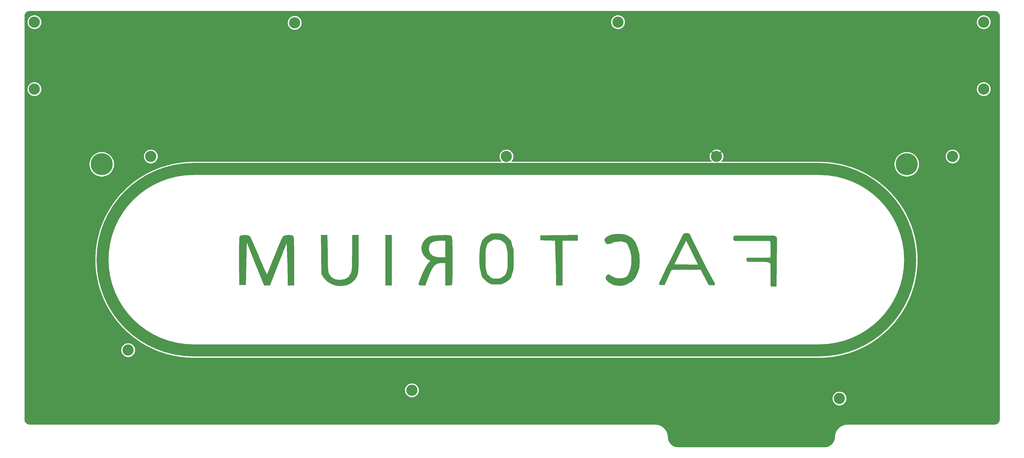
<source format=gbr>
%TF.GenerationSoftware,KiCad,Pcbnew,(5.1.6)-1*%
%TF.CreationDate,2020-06-23T22:59:26-07:00*%
%TF.ProjectId,factorium-bottom,66616374-6f72-4697-956d-2d626f74746f,rev?*%
%TF.SameCoordinates,Original*%
%TF.FileFunction,Copper,L2,Bot*%
%TF.FilePolarity,Positive*%
%FSLAX46Y46*%
G04 Gerber Fmt 4.6, Leading zero omitted, Abs format (unit mm)*
G04 Created by KiCad (PCBNEW (5.1.6)-1) date 2020-06-23 22:59:26*
%MOMM*%
%LPD*%
G01*
G04 APERTURE LIST*
%TA.AperFunction,EtchedComponent*%
%ADD10C,0.100000*%
%TD*%
%TA.AperFunction,EtchedComponent*%
%ADD11C,0.010000*%
%TD*%
%TA.AperFunction,EtchedComponent*%
%ADD12C,4.700000*%
%TD*%
%TA.AperFunction,ComponentPad*%
%ADD13C,4.400000*%
%TD*%
%TA.AperFunction,ComponentPad*%
%ADD14C,8.600000*%
%TD*%
%TA.AperFunction,Conductor*%
%ADD15C,0.254000*%
%TD*%
G04 APERTURE END LIST*
D10*
%TO.C,G\u002A\u002A\u002A*%
G36*
X337734618Y-182930000D02*
G01*
X337204618Y-182970000D01*
X336354618Y-183120000D01*
X335554618Y-183290000D01*
X334974618Y-183540000D01*
X333974618Y-184040000D01*
X333194618Y-184900000D01*
X333284618Y-185900000D01*
X334084618Y-186850000D01*
X335459618Y-186795000D01*
X337124618Y-186000000D01*
X339644618Y-185730000D01*
X341584618Y-186250000D01*
X342174618Y-186940000D01*
X342744618Y-188100000D01*
X343104618Y-189230000D01*
X343364618Y-189990000D01*
X343514618Y-190640000D01*
X343614618Y-191230000D01*
X343714618Y-191730000D01*
X343754618Y-192530000D01*
X343744618Y-193050000D01*
X343704618Y-193640000D01*
X343694618Y-194620000D01*
X343554618Y-195810000D01*
X343304618Y-196960000D01*
X342824618Y-198310000D01*
X342314618Y-199180000D01*
X341714618Y-199830000D01*
X340764618Y-200240000D01*
X339044618Y-200390000D01*
X337484618Y-200200000D01*
X336564618Y-199810000D01*
X336034618Y-199540000D01*
X335774618Y-199360000D01*
X335374618Y-199040000D01*
X334934618Y-198880000D01*
X334524618Y-198910000D01*
X334234618Y-199070000D01*
X333924618Y-199440000D01*
X333764618Y-199830000D01*
X333674618Y-200210000D01*
X333784618Y-200880000D01*
X334714618Y-201820000D01*
X336474618Y-202880000D01*
X338164618Y-203190000D01*
X339964618Y-203260000D01*
X341514618Y-202890000D01*
X343804618Y-201670000D01*
X345104618Y-200380000D01*
X345694618Y-199280000D01*
X346104618Y-198270000D01*
X346504618Y-197170000D01*
X346834618Y-195840000D01*
X346964618Y-193870000D01*
X346824618Y-191000000D01*
X346344618Y-188870000D01*
X345204618Y-185980000D01*
X343984618Y-184570000D01*
X342714618Y-183730000D01*
X341574618Y-183300000D01*
X340804618Y-183060000D01*
X339904618Y-182950000D01*
X338724618Y-182890000D01*
X337734618Y-182930000D01*
G37*
X337734618Y-182930000D02*
X337204618Y-182970000D01*
X336354618Y-183120000D01*
X335554618Y-183290000D01*
X334974618Y-183540000D01*
X333974618Y-184040000D01*
X333194618Y-184900000D01*
X333284618Y-185900000D01*
X334084618Y-186850000D01*
X335459618Y-186795000D01*
X337124618Y-186000000D01*
X339644618Y-185730000D01*
X341584618Y-186250000D01*
X342174618Y-186940000D01*
X342744618Y-188100000D01*
X343104618Y-189230000D01*
X343364618Y-189990000D01*
X343514618Y-190640000D01*
X343614618Y-191230000D01*
X343714618Y-191730000D01*
X343754618Y-192530000D01*
X343744618Y-193050000D01*
X343704618Y-193640000D01*
X343694618Y-194620000D01*
X343554618Y-195810000D01*
X343304618Y-196960000D01*
X342824618Y-198310000D01*
X342314618Y-199180000D01*
X341714618Y-199830000D01*
X340764618Y-200240000D01*
X339044618Y-200390000D01*
X337484618Y-200200000D01*
X336564618Y-199810000D01*
X336034618Y-199540000D01*
X335774618Y-199360000D01*
X335374618Y-199040000D01*
X334934618Y-198880000D01*
X334524618Y-198910000D01*
X334234618Y-199070000D01*
X333924618Y-199440000D01*
X333764618Y-199830000D01*
X333674618Y-200210000D01*
X333784618Y-200880000D01*
X334714618Y-201820000D01*
X336474618Y-202880000D01*
X338164618Y-203190000D01*
X339964618Y-203260000D01*
X341514618Y-202890000D01*
X343804618Y-201670000D01*
X345104618Y-200380000D01*
X345694618Y-199280000D01*
X346104618Y-198270000D01*
X346504618Y-197170000D01*
X346834618Y-195840000D01*
X346964618Y-193870000D01*
X346824618Y-191000000D01*
X346344618Y-188870000D01*
X345204618Y-185980000D01*
X343984618Y-184570000D01*
X342714618Y-183730000D01*
X341574618Y-183300000D01*
X340804618Y-183060000D01*
X339904618Y-182950000D01*
X338724618Y-182890000D01*
X337734618Y-182930000D01*
G36*
X399650000Y-183530000D02*
G01*
X384460000Y-183540000D01*
X384180000Y-183640000D01*
X384000000Y-183850000D01*
X383870000Y-184010000D01*
X383810000Y-184140000D01*
X383760000Y-184310000D01*
X383730000Y-184470000D01*
X383740000Y-184780000D01*
X383780000Y-185010000D01*
X383870000Y-185170000D01*
X383970000Y-185340000D01*
X384160000Y-185460000D01*
X384420000Y-185580000D01*
X384670000Y-185600000D01*
X384970000Y-185600000D01*
X385320000Y-185600000D01*
X385940000Y-185590000D01*
X397810000Y-185620000D01*
X398010000Y-185670000D01*
X398150000Y-185750000D01*
X398230000Y-185830000D01*
X398290000Y-185930000D01*
X398360000Y-186120000D01*
X398390000Y-186580000D01*
X398410000Y-187260000D01*
X398390000Y-191480000D01*
X398390000Y-191820000D01*
X398310000Y-192000000D01*
X398180000Y-192170000D01*
X398030000Y-192250000D01*
X394160000Y-192250000D01*
X389580000Y-192230000D01*
X389360000Y-192230000D01*
X389130000Y-192380000D01*
X389000000Y-192540000D01*
X388970000Y-192780000D01*
X388970000Y-193110000D01*
X389005000Y-193330000D01*
X389175000Y-193640000D01*
X389380000Y-193770000D01*
X389580000Y-193790000D01*
X392690000Y-193780000D01*
X395497349Y-193815301D01*
X395690000Y-193820000D01*
X395890000Y-193820000D01*
X396510000Y-193860000D01*
X396980000Y-193920000D01*
X397360000Y-193940000D01*
X397830000Y-194120000D01*
X398040000Y-194270000D01*
X398220000Y-194410000D01*
X398350000Y-194620000D01*
X398360000Y-194940000D01*
X398380000Y-195260000D01*
X398390000Y-195800000D01*
X398390000Y-199010000D01*
X398390000Y-202430000D01*
X398390000Y-202890000D01*
X398390000Y-203110000D01*
X398390000Y-203220000D01*
X398400000Y-203350000D01*
X398460000Y-203460000D01*
X398570000Y-203480000D01*
X398680000Y-203490000D01*
X398810000Y-203490000D01*
X399040000Y-203490000D01*
X399370000Y-203490000D01*
X399620000Y-203490000D01*
X399860000Y-203490000D01*
X400080000Y-203490000D01*
X400360000Y-203490000D01*
X400540000Y-203460000D01*
X400680000Y-203390000D01*
X400710000Y-203320000D01*
X400740000Y-203110000D01*
X400740000Y-202910000D01*
X400740000Y-202530000D01*
X400740000Y-202270000D01*
X400750000Y-195510000D01*
X400890000Y-185820000D01*
X400870000Y-184660000D01*
X400710000Y-184120000D01*
X400480000Y-183810000D01*
X400040000Y-183725000D01*
X399900000Y-183690000D01*
X399650000Y-183530000D01*
G37*
X399650000Y-183530000D02*
X384460000Y-183540000D01*
X384180000Y-183640000D01*
X384000000Y-183850000D01*
X383870000Y-184010000D01*
X383810000Y-184140000D01*
X383760000Y-184310000D01*
X383730000Y-184470000D01*
X383740000Y-184780000D01*
X383780000Y-185010000D01*
X383870000Y-185170000D01*
X383970000Y-185340000D01*
X384160000Y-185460000D01*
X384420000Y-185580000D01*
X384670000Y-185600000D01*
X384970000Y-185600000D01*
X385320000Y-185600000D01*
X385940000Y-185590000D01*
X397810000Y-185620000D01*
X398010000Y-185670000D01*
X398150000Y-185750000D01*
X398230000Y-185830000D01*
X398290000Y-185930000D01*
X398360000Y-186120000D01*
X398390000Y-186580000D01*
X398410000Y-187260000D01*
X398390000Y-191480000D01*
X398390000Y-191820000D01*
X398310000Y-192000000D01*
X398180000Y-192170000D01*
X398030000Y-192250000D01*
X394160000Y-192250000D01*
X389580000Y-192230000D01*
X389360000Y-192230000D01*
X389130000Y-192380000D01*
X389000000Y-192540000D01*
X388970000Y-192780000D01*
X388970000Y-193110000D01*
X389005000Y-193330000D01*
X389175000Y-193640000D01*
X389380000Y-193770000D01*
X389580000Y-193790000D01*
X392690000Y-193780000D01*
X395497349Y-193815301D01*
X395690000Y-193820000D01*
X395890000Y-193820000D01*
X396510000Y-193860000D01*
X396980000Y-193920000D01*
X397360000Y-193940000D01*
X397830000Y-194120000D01*
X398040000Y-194270000D01*
X398220000Y-194410000D01*
X398350000Y-194620000D01*
X398360000Y-194940000D01*
X398380000Y-195260000D01*
X398390000Y-195800000D01*
X398390000Y-199010000D01*
X398390000Y-202430000D01*
X398390000Y-202890000D01*
X398390000Y-203110000D01*
X398390000Y-203220000D01*
X398400000Y-203350000D01*
X398460000Y-203460000D01*
X398570000Y-203480000D01*
X398680000Y-203490000D01*
X398810000Y-203490000D01*
X399040000Y-203490000D01*
X399370000Y-203490000D01*
X399620000Y-203490000D01*
X399860000Y-203490000D01*
X400080000Y-203490000D01*
X400360000Y-203490000D01*
X400540000Y-203460000D01*
X400680000Y-203390000D01*
X400710000Y-203320000D01*
X400740000Y-203110000D01*
X400740000Y-202910000D01*
X400740000Y-202530000D01*
X400740000Y-202270000D01*
X400750000Y-195510000D01*
X400890000Y-185820000D01*
X400870000Y-184660000D01*
X400710000Y-184120000D01*
X400480000Y-183810000D01*
X400040000Y-183725000D01*
X399900000Y-183690000D01*
X399650000Y-183530000D01*
G36*
X372382500Y-194940000D02*
G01*
X359267500Y-194890000D01*
X358147500Y-194890000D01*
X357567500Y-195980000D01*
X357457500Y-196170000D01*
X356907500Y-197430000D01*
X354727500Y-202110000D01*
X354617500Y-202470000D01*
X354657500Y-202760000D01*
X354867500Y-202930000D01*
X355827500Y-202950000D01*
X356732500Y-202915000D01*
X359322500Y-197325000D01*
X359637500Y-197040000D01*
X360057500Y-196930000D01*
X370887500Y-196900000D01*
X371097500Y-197070000D01*
X371137500Y-197230000D01*
X371260000Y-197502500D01*
X373995000Y-202837500D01*
X374917500Y-203000000D01*
X375357500Y-203010000D01*
X375877500Y-203020000D01*
X376227500Y-203000000D01*
X376417500Y-202930000D01*
X376537500Y-202700000D01*
X376527500Y-202540000D01*
X373082500Y-196145000D01*
X372817500Y-196300000D01*
X372787500Y-196220000D01*
X372697500Y-196050000D01*
X372567500Y-196000000D01*
X372382500Y-194940000D01*
G37*
X372382500Y-194940000D02*
X359267500Y-194890000D01*
X358147500Y-194890000D01*
X357567500Y-195980000D01*
X357457500Y-196170000D01*
X356907500Y-197430000D01*
X354727500Y-202110000D01*
X354617500Y-202470000D01*
X354657500Y-202760000D01*
X354867500Y-202930000D01*
X355827500Y-202950000D01*
X356732500Y-202915000D01*
X359322500Y-197325000D01*
X359637500Y-197040000D01*
X360057500Y-196930000D01*
X370887500Y-196900000D01*
X371097500Y-197070000D01*
X371137500Y-197230000D01*
X371260000Y-197502500D01*
X373995000Y-202837500D01*
X374917500Y-203000000D01*
X375357500Y-203010000D01*
X375877500Y-203020000D01*
X376227500Y-203000000D01*
X376417500Y-202930000D01*
X376537500Y-202700000D01*
X376527500Y-202540000D01*
X373082500Y-196145000D01*
X372817500Y-196300000D01*
X372787500Y-196220000D01*
X372697500Y-196050000D01*
X372567500Y-196000000D01*
X372382500Y-194940000D01*
G36*
X364572309Y-182680000D02*
G01*
X364082309Y-182950000D01*
X357602309Y-196055000D01*
X359882309Y-196180000D01*
X365262309Y-185430000D01*
X370262309Y-195700000D01*
X371452309Y-196120000D01*
X371602309Y-196340000D01*
X372037309Y-196340000D01*
X372502309Y-196340000D01*
X372782309Y-196350000D01*
X373092309Y-196250000D01*
X372804809Y-195667500D01*
X367192309Y-184160000D01*
X366852309Y-183320000D01*
X366312309Y-182740000D01*
X365512309Y-182530000D01*
X364572309Y-182680000D01*
G37*
X364572309Y-182680000D02*
X364082309Y-182950000D01*
X357602309Y-196055000D01*
X359882309Y-196180000D01*
X365262309Y-185430000D01*
X370262309Y-195700000D01*
X371452309Y-196120000D01*
X371602309Y-196340000D01*
X372037309Y-196340000D01*
X372502309Y-196340000D01*
X372782309Y-196350000D01*
X373092309Y-196250000D01*
X372804809Y-195667500D01*
X367192309Y-184160000D01*
X366852309Y-183320000D01*
X366312309Y-182740000D01*
X365512309Y-182530000D01*
X364572309Y-182680000D01*
D11*
G36*
X234038472Y-190296173D02*
G01*
X234030976Y-192618772D01*
X234009192Y-194406513D01*
X233966413Y-195751654D01*
X233895934Y-196746453D01*
X233791048Y-197483166D01*
X233645050Y-198054051D01*
X233451234Y-198551365D01*
X233435953Y-198585254D01*
X232539935Y-199869958D01*
X231238680Y-200678160D01*
X229540213Y-201005105D01*
X229341655Y-201011278D01*
X227544550Y-200802580D01*
X226137018Y-200104118D01*
X225189489Y-199039525D01*
X224962723Y-198645733D01*
X224788551Y-198228857D01*
X224658585Y-197701333D01*
X224564437Y-196975599D01*
X224497718Y-195964093D01*
X224450039Y-194579252D01*
X224413012Y-192733513D01*
X224381915Y-190609753D01*
X224282669Y-183319013D01*
X221775350Y-183319013D01*
X221873934Y-190948981D01*
X221972519Y-198578950D01*
X222916058Y-200104032D01*
X224128683Y-201496755D01*
X225748914Y-202528251D01*
X227645471Y-203158122D01*
X229687074Y-203345974D01*
X231742443Y-203051410D01*
X232124084Y-202937442D01*
X233847032Y-202056830D01*
X235234999Y-200684710D01*
X235959495Y-199468395D01*
X236146361Y-199003519D01*
X236289033Y-198461802D01*
X236393412Y-197755853D01*
X236465401Y-196798280D01*
X236510901Y-195501690D01*
X236535812Y-193778691D01*
X236546036Y-191541892D01*
X236547114Y-190766544D01*
X236554000Y-183319013D01*
X234045358Y-183319013D01*
X234038472Y-190296173D01*
G37*
X234038472Y-190296173D02*
X234030976Y-192618772D01*
X234009192Y-194406513D01*
X233966413Y-195751654D01*
X233895934Y-196746453D01*
X233791048Y-197483166D01*
X233645050Y-198054051D01*
X233451234Y-198551365D01*
X233435953Y-198585254D01*
X232539935Y-199869958D01*
X231238680Y-200678160D01*
X229540213Y-201005105D01*
X229341655Y-201011278D01*
X227544550Y-200802580D01*
X226137018Y-200104118D01*
X225189489Y-199039525D01*
X224962723Y-198645733D01*
X224788551Y-198228857D01*
X224658585Y-197701333D01*
X224564437Y-196975599D01*
X224497718Y-195964093D01*
X224450039Y-194579252D01*
X224413012Y-192733513D01*
X224381915Y-190609753D01*
X224282669Y-183319013D01*
X221775350Y-183319013D01*
X221873934Y-190948981D01*
X221972519Y-198578950D01*
X222916058Y-200104032D01*
X224128683Y-201496755D01*
X225748914Y-202528251D01*
X227645471Y-203158122D01*
X229687074Y-203345974D01*
X231742443Y-203051410D01*
X232124084Y-202937442D01*
X233847032Y-202056830D01*
X235234999Y-200684710D01*
X235959495Y-199468395D01*
X236146361Y-199003519D01*
X236289033Y-198461802D01*
X236393412Y-197755853D01*
X236465401Y-196798280D01*
X236510901Y-195501690D01*
X236535812Y-193778691D01*
X236546036Y-191541892D01*
X236547114Y-190766544D01*
X236554000Y-183319013D01*
X234045358Y-183319013D01*
X234038472Y-190296173D01*
G36*
X315311186Y-183391628D02*
G01*
X308020446Y-183475803D01*
X308020446Y-185357284D01*
X310871869Y-185446796D01*
X313723292Y-185536307D01*
X313928390Y-191404820D01*
X313996367Y-193512888D01*
X314054931Y-195640012D01*
X314100032Y-197613726D01*
X314127617Y-199261567D01*
X314134374Y-200173951D01*
X314135260Y-203074568D01*
X316643902Y-203074568D01*
X316643902Y-185514074D01*
X322601927Y-185514074D01*
X322601927Y-183307454D01*
X315311186Y-183391628D01*
G37*
X315311186Y-183391628D02*
X308020446Y-183475803D01*
X308020446Y-185357284D01*
X310871869Y-185446796D01*
X313723292Y-185536307D01*
X313928390Y-191404820D01*
X313996367Y-193512888D01*
X314054931Y-195640012D01*
X314100032Y-197613726D01*
X314127617Y-199261567D01*
X314134374Y-200173951D01*
X314135260Y-203074568D01*
X316643902Y-203074568D01*
X316643902Y-185514074D01*
X322601927Y-185514074D01*
X322601927Y-183307454D01*
X315311186Y-183391628D01*
G36*
X269248824Y-183359919D02*
G01*
X268892113Y-183369721D01*
X267137820Y-183440243D01*
X265865966Y-183550559D01*
X264932090Y-183722374D01*
X264191730Y-183977392D01*
X263890867Y-184121133D01*
X262772236Y-184996816D01*
X261870263Y-186254767D01*
X261327001Y-187662018D01*
X261232321Y-188481136D01*
X261505911Y-189969372D01*
X262219773Y-191380034D01*
X263245010Y-192484013D01*
X263629381Y-192741791D01*
X264831607Y-193433322D01*
X263853552Y-194469752D01*
X263425231Y-195072311D01*
X262874283Y-196056312D01*
X262257219Y-197293090D01*
X261630549Y-198653981D01*
X261050784Y-200010322D01*
X260574434Y-201233448D01*
X260258011Y-202194695D01*
X260158024Y-202765399D01*
X260177521Y-202839383D01*
X260554980Y-202990606D01*
X261310123Y-203070721D01*
X261530107Y-203074568D01*
X262738507Y-203074568D01*
X263596307Y-200801112D01*
X264473126Y-198596675D01*
X265257619Y-196932614D01*
X266007805Y-195740429D01*
X266781696Y-194951621D01*
X267637310Y-194497690D01*
X268632661Y-194310137D01*
X269107230Y-194294321D01*
X270632842Y-194294321D01*
X270632842Y-203074568D01*
X271834900Y-203074568D01*
X272663568Y-203024472D01*
X273194021Y-202900526D01*
X273246011Y-202865515D01*
X273299243Y-202510164D01*
X273347479Y-201607819D01*
X273388924Y-200238634D01*
X273421788Y-198482768D01*
X273444275Y-196420378D01*
X273454595Y-194131619D01*
X273455064Y-193518042D01*
X273451696Y-192099260D01*
X270632842Y-192099260D01*
X268640944Y-192099260D01*
X267317030Y-192034687D01*
X266362304Y-191802194D01*
X265587676Y-191384003D01*
X264566695Y-190411391D01*
X264117289Y-189219737D01*
X264177646Y-187898506D01*
X264616780Y-186802226D01*
X265484554Y-186056552D01*
X266826906Y-185636250D01*
X268516175Y-185515247D01*
X270632842Y-185514074D01*
X270632842Y-192099260D01*
X273451696Y-192099260D01*
X273448379Y-190702622D01*
X273426720Y-188457134D01*
X273387685Y-186724472D01*
X273328871Y-185447532D01*
X273247876Y-184569212D01*
X273142296Y-184032406D01*
X273047051Y-183821631D01*
X272805480Y-183584036D01*
X272419900Y-183431578D01*
X271775284Y-183351746D01*
X270756602Y-183332031D01*
X269248824Y-183359919D01*
G37*
X269248824Y-183359919D02*
X268892113Y-183369721D01*
X267137820Y-183440243D01*
X265865966Y-183550559D01*
X264932090Y-183722374D01*
X264191730Y-183977392D01*
X263890867Y-184121133D01*
X262772236Y-184996816D01*
X261870263Y-186254767D01*
X261327001Y-187662018D01*
X261232321Y-188481136D01*
X261505911Y-189969372D01*
X262219773Y-191380034D01*
X263245010Y-192484013D01*
X263629381Y-192741791D01*
X264831607Y-193433322D01*
X263853552Y-194469752D01*
X263425231Y-195072311D01*
X262874283Y-196056312D01*
X262257219Y-197293090D01*
X261630549Y-198653981D01*
X261050784Y-200010322D01*
X260574434Y-201233448D01*
X260258011Y-202194695D01*
X260158024Y-202765399D01*
X260177521Y-202839383D01*
X260554980Y-202990606D01*
X261310123Y-203070721D01*
X261530107Y-203074568D01*
X262738507Y-203074568D01*
X263596307Y-200801112D01*
X264473126Y-198596675D01*
X265257619Y-196932614D01*
X266007805Y-195740429D01*
X266781696Y-194951621D01*
X267637310Y-194497690D01*
X268632661Y-194310137D01*
X269107230Y-194294321D01*
X270632842Y-194294321D01*
X270632842Y-203074568D01*
X271834900Y-203074568D01*
X272663568Y-203024472D01*
X273194021Y-202900526D01*
X273246011Y-202865515D01*
X273299243Y-202510164D01*
X273347479Y-201607819D01*
X273388924Y-200238634D01*
X273421788Y-198482768D01*
X273444275Y-196420378D01*
X273454595Y-194131619D01*
X273455064Y-193518042D01*
X273451696Y-192099260D01*
X270632842Y-192099260D01*
X268640944Y-192099260D01*
X267317030Y-192034687D01*
X266362304Y-191802194D01*
X265587676Y-191384003D01*
X264566695Y-190411391D01*
X264117289Y-189219737D01*
X264177646Y-187898506D01*
X264616780Y-186802226D01*
X265484554Y-186056552D01*
X266826906Y-185636250D01*
X268516175Y-185515247D01*
X270632842Y-185514074D01*
X270632842Y-192099260D01*
X273451696Y-192099260D01*
X273448379Y-190702622D01*
X273426720Y-188457134D01*
X273387685Y-186724472D01*
X273328871Y-185447532D01*
X273247876Y-184569212D01*
X273142296Y-184032406D01*
X273047051Y-183821631D01*
X272805480Y-183584036D01*
X272419900Y-183431578D01*
X271775284Y-183351746D01*
X270756602Y-183332031D01*
X269248824Y-183359919D01*
G36*
X247101691Y-203074568D02*
G01*
X249610333Y-203074568D01*
X249610333Y-183319013D01*
X247101691Y-183319013D01*
X247101691Y-203074568D01*
G37*
X247101691Y-203074568D02*
X249610333Y-203074568D01*
X249610333Y-183319013D01*
X247101691Y-183319013D01*
X247101691Y-203074568D01*
G36*
X208143001Y-183399001D02*
G01*
X207240066Y-183663121D01*
X206887019Y-183896685D01*
X206612868Y-184343970D01*
X206154629Y-185288227D01*
X205551368Y-186640309D01*
X204842151Y-188311071D01*
X204066045Y-190211368D01*
X203554566Y-191501006D01*
X202775281Y-193475613D01*
X202062585Y-195256634D01*
X201450766Y-196760381D01*
X200974112Y-197903168D01*
X200666910Y-198601309D01*
X200572719Y-198778902D01*
X200398515Y-198570176D01*
X200025136Y-197852630D01*
X199486061Y-196699852D01*
X198814772Y-195185433D01*
X198044747Y-193382963D01*
X197291410Y-191566556D01*
X196442767Y-189524217D01*
X195645453Y-187664418D01*
X194936822Y-186069673D01*
X194354225Y-184822501D01*
X193935016Y-184005417D01*
X193735439Y-183710988D01*
X193065646Y-183445732D01*
X192096638Y-183331811D01*
X191076655Y-183366755D01*
X190253939Y-183548089D01*
X189937865Y-183748816D01*
X189826203Y-184114914D01*
X189742183Y-184933141D01*
X189684836Y-186238150D01*
X189653196Y-188064598D01*
X189646294Y-190447139D01*
X189663163Y-193420427D01*
X189664283Y-193548199D01*
X189747407Y-202917778D01*
X192256049Y-202917778D01*
X192569629Y-185990924D01*
X196006788Y-194532746D01*
X199443946Y-203074568D01*
X201764586Y-203074568D01*
X204188949Y-196881358D01*
X204974475Y-194874871D01*
X205740772Y-192917850D01*
X206437269Y-191139422D01*
X207013395Y-189668714D01*
X207418579Y-188634851D01*
X207458724Y-188532474D01*
X208304136Y-186376800D01*
X208511574Y-191169369D01*
X208589356Y-193227300D01*
X208653845Y-195430452D01*
X208698963Y-197534180D01*
X208718632Y-199293840D01*
X208719012Y-199518253D01*
X208719012Y-203074568D01*
X211227654Y-203074568D01*
X211227654Y-193573087D01*
X211220139Y-190634454D01*
X211196460Y-188278271D01*
X211154923Y-186459990D01*
X211093829Y-185135068D01*
X211011482Y-184258959D01*
X210906184Y-183787119D01*
X210851358Y-183695309D01*
X210201663Y-183402242D01*
X209214539Y-183307757D01*
X208143001Y-183399001D01*
G37*
X208143001Y-183399001D02*
X207240066Y-183663121D01*
X206887019Y-183896685D01*
X206612868Y-184343970D01*
X206154629Y-185288227D01*
X205551368Y-186640309D01*
X204842151Y-188311071D01*
X204066045Y-190211368D01*
X203554566Y-191501006D01*
X202775281Y-193475613D01*
X202062585Y-195256634D01*
X201450766Y-196760381D01*
X200974112Y-197903168D01*
X200666910Y-198601309D01*
X200572719Y-198778902D01*
X200398515Y-198570176D01*
X200025136Y-197852630D01*
X199486061Y-196699852D01*
X198814772Y-195185433D01*
X198044747Y-193382963D01*
X197291410Y-191566556D01*
X196442767Y-189524217D01*
X195645453Y-187664418D01*
X194936822Y-186069673D01*
X194354225Y-184822501D01*
X193935016Y-184005417D01*
X193735439Y-183710988D01*
X193065646Y-183445732D01*
X192096638Y-183331811D01*
X191076655Y-183366755D01*
X190253939Y-183548089D01*
X189937865Y-183748816D01*
X189826203Y-184114914D01*
X189742183Y-184933141D01*
X189684836Y-186238150D01*
X189653196Y-188064598D01*
X189646294Y-190447139D01*
X189663163Y-193420427D01*
X189664283Y-193548199D01*
X189747407Y-202917778D01*
X192256049Y-202917778D01*
X192569629Y-185990924D01*
X196006788Y-194532746D01*
X199443946Y-203074568D01*
X201764586Y-203074568D01*
X204188949Y-196881358D01*
X204974475Y-194874871D01*
X205740772Y-192917850D01*
X206437269Y-191139422D01*
X207013395Y-189668714D01*
X207418579Y-188634851D01*
X207458724Y-188532474D01*
X208304136Y-186376800D01*
X208511574Y-191169369D01*
X208589356Y-193227300D01*
X208653845Y-195430452D01*
X208698963Y-197534180D01*
X208718632Y-199293840D01*
X208719012Y-199518253D01*
X208719012Y-203074568D01*
X211227654Y-203074568D01*
X211227654Y-193573087D01*
X211220139Y-190634454D01*
X211196460Y-188278271D01*
X211154923Y-186459990D01*
X211093829Y-185135068D01*
X211011482Y-184258959D01*
X210906184Y-183787119D01*
X210851358Y-183695309D01*
X210201663Y-183402242D01*
X209214539Y-183307757D01*
X208143001Y-183399001D01*
D12*
X417570000Y-157340000D02*
X171710000Y-157340000D01*
X417570000Y-228740000D02*
X171710000Y-228740000D01*
D10*
G36*
X291617755Y-182740000D02*
G01*
X291007755Y-182730000D01*
X290367755Y-182730000D01*
X289767755Y-182720000D01*
X289367755Y-182720000D01*
X288857755Y-182800000D01*
X288457755Y-182910000D01*
X288047755Y-183120000D01*
X287607755Y-183390000D01*
X287107755Y-183680000D01*
X286777755Y-183900000D01*
X286177755Y-184330000D01*
X285687755Y-184850000D01*
X285287755Y-185330000D01*
X285037755Y-185700000D01*
X284687755Y-186830000D01*
X284297755Y-188250000D01*
X284167755Y-189110000D01*
X284097755Y-190210000D01*
X284067755Y-191860000D01*
X284047755Y-193330000D01*
X284057755Y-194390000D01*
X284177755Y-196230000D01*
X284617755Y-198050000D01*
X285057755Y-199760000D01*
X285917755Y-200680000D01*
X286817755Y-201570000D01*
X287417755Y-202020000D01*
X288197755Y-202440000D01*
X288847755Y-202720000D01*
X291237755Y-202700000D01*
X292717755Y-202720000D01*
X293157755Y-202470000D01*
X294407755Y-201800000D01*
X295157755Y-201360000D01*
X295827755Y-200790000D01*
X296467755Y-199900000D01*
X296717755Y-199000000D01*
X297017755Y-198150000D01*
X297207755Y-197300000D01*
X297327755Y-196740000D01*
X297387755Y-196210000D01*
X297377755Y-195840000D01*
X297377755Y-195420000D01*
X297377755Y-194920000D01*
X297377755Y-194640000D01*
X297387755Y-194290000D01*
X297397755Y-193970000D01*
X297397755Y-193820000D01*
X297157363Y-193814804D01*
X296577363Y-193804804D01*
X295437363Y-193814804D01*
X295137755Y-193810000D01*
X295137755Y-193960000D01*
X295137755Y-194180000D01*
X295147755Y-194650000D01*
X295147755Y-194940000D01*
X295127755Y-195380000D01*
X295087755Y-196260000D01*
X294897755Y-197140000D01*
X294717755Y-197940000D01*
X294447755Y-198630000D01*
X294102755Y-199020000D01*
X293692755Y-199480000D01*
X293297755Y-199760000D01*
X292587755Y-200180000D01*
X292157755Y-200360000D01*
X291447755Y-200470000D01*
X290627755Y-200470000D01*
X290037755Y-200465000D01*
X289357755Y-200455000D01*
X288887755Y-200240000D01*
X288287755Y-199850000D01*
X287827755Y-199410000D01*
X287547755Y-199130000D01*
X287237755Y-198870000D01*
X287027755Y-198530000D01*
X286897755Y-198120000D01*
X286817755Y-197750000D01*
X286737755Y-197420000D01*
X286637755Y-197065000D01*
X286537755Y-196695000D01*
X286457755Y-196250000D01*
X286407755Y-195710000D01*
X286377755Y-195050000D01*
X286387755Y-194470000D01*
X286377755Y-194040000D01*
X286387755Y-193540000D01*
X286377755Y-193020000D01*
X286397755Y-192460000D01*
X286397755Y-191640000D01*
X286407755Y-190910000D01*
X286407755Y-190240000D01*
X286427755Y-189590000D01*
X286467755Y-189050000D01*
X286557755Y-188590000D01*
X286697755Y-188160000D01*
X286737755Y-187900000D01*
X286867755Y-187500000D01*
X286967755Y-187110000D01*
X287157755Y-186790000D01*
X287517755Y-186420000D01*
X288037755Y-185920000D01*
X288585255Y-185550000D01*
X289070255Y-185290000D01*
X289542755Y-185085000D01*
X289892755Y-185075000D01*
X290407755Y-185030000D01*
X290897755Y-185050000D01*
X291322755Y-185085000D01*
X291677755Y-185130000D01*
X291907755Y-185165000D01*
X292187755Y-185235000D01*
X292437755Y-185360000D01*
X292637755Y-185460000D01*
X292907755Y-185610000D01*
X293087755Y-185710000D01*
X293377755Y-185970000D01*
X293617755Y-186140000D01*
X293817755Y-186340000D01*
X294057755Y-186610000D01*
X294297755Y-186870000D01*
X294467755Y-187180000D01*
X294557755Y-187460000D01*
X294647755Y-187800000D01*
X294707755Y-188170000D01*
X294817755Y-188570000D01*
X294897755Y-189050000D01*
X294977755Y-189380000D01*
X295037755Y-189790000D01*
X295107755Y-190280000D01*
X295127755Y-190810000D01*
X295157755Y-191340000D01*
X295137755Y-192120000D01*
X295147755Y-193754804D01*
X296167363Y-193744804D01*
X296957755Y-193740000D01*
X297277755Y-193730000D01*
X297417755Y-193720000D01*
X297417755Y-193420000D01*
X297407755Y-192780000D01*
X297417755Y-192190000D01*
X297417755Y-191480000D01*
X297417755Y-190700000D01*
X297427755Y-189790000D01*
X297387755Y-189160000D01*
X297197755Y-188500000D01*
X296987755Y-187810000D01*
X296847755Y-187240000D01*
X296707755Y-186700000D01*
X296587755Y-186220000D01*
X296487755Y-185740000D01*
X296307755Y-185450000D01*
X296007755Y-185120000D01*
X295667755Y-184760000D01*
X295257755Y-184410000D01*
X294917755Y-184070000D01*
X294637755Y-183830000D01*
X294237755Y-183540000D01*
X293757755Y-183250000D01*
X293197755Y-182980000D01*
X292747755Y-182790000D01*
X292262951Y-182752598D01*
X291617755Y-182740000D01*
G37*
X291617755Y-182740000D02*
X291007755Y-182730000D01*
X290367755Y-182730000D01*
X289767755Y-182720000D01*
X289367755Y-182720000D01*
X288857755Y-182800000D01*
X288457755Y-182910000D01*
X288047755Y-183120000D01*
X287607755Y-183390000D01*
X287107755Y-183680000D01*
X286777755Y-183900000D01*
X286177755Y-184330000D01*
X285687755Y-184850000D01*
X285287755Y-185330000D01*
X285037755Y-185700000D01*
X284687755Y-186830000D01*
X284297755Y-188250000D01*
X284167755Y-189110000D01*
X284097755Y-190210000D01*
X284067755Y-191860000D01*
X284047755Y-193330000D01*
X284057755Y-194390000D01*
X284177755Y-196230000D01*
X284617755Y-198050000D01*
X285057755Y-199760000D01*
X285917755Y-200680000D01*
X286817755Y-201570000D01*
X287417755Y-202020000D01*
X288197755Y-202440000D01*
X288847755Y-202720000D01*
X291237755Y-202700000D01*
X292717755Y-202720000D01*
X293157755Y-202470000D01*
X294407755Y-201800000D01*
X295157755Y-201360000D01*
X295827755Y-200790000D01*
X296467755Y-199900000D01*
X296717755Y-199000000D01*
X297017755Y-198150000D01*
X297207755Y-197300000D01*
X297327755Y-196740000D01*
X297387755Y-196210000D01*
X297377755Y-195840000D01*
X297377755Y-195420000D01*
X297377755Y-194920000D01*
X297377755Y-194640000D01*
X297387755Y-194290000D01*
X297397755Y-193970000D01*
X297397755Y-193820000D01*
X297157363Y-193814804D01*
X296577363Y-193804804D01*
X295437363Y-193814804D01*
X295137755Y-193810000D01*
X295137755Y-193960000D01*
X295137755Y-194180000D01*
X295147755Y-194650000D01*
X295147755Y-194940000D01*
X295127755Y-195380000D01*
X295087755Y-196260000D01*
X294897755Y-197140000D01*
X294717755Y-197940000D01*
X294447755Y-198630000D01*
X294102755Y-199020000D01*
X293692755Y-199480000D01*
X293297755Y-199760000D01*
X292587755Y-200180000D01*
X292157755Y-200360000D01*
X291447755Y-200470000D01*
X290627755Y-200470000D01*
X290037755Y-200465000D01*
X289357755Y-200455000D01*
X288887755Y-200240000D01*
X288287755Y-199850000D01*
X287827755Y-199410000D01*
X287547755Y-199130000D01*
X287237755Y-198870000D01*
X287027755Y-198530000D01*
X286897755Y-198120000D01*
X286817755Y-197750000D01*
X286737755Y-197420000D01*
X286637755Y-197065000D01*
X286537755Y-196695000D01*
X286457755Y-196250000D01*
X286407755Y-195710000D01*
X286377755Y-195050000D01*
X286387755Y-194470000D01*
X286377755Y-194040000D01*
X286387755Y-193540000D01*
X286377755Y-193020000D01*
X286397755Y-192460000D01*
X286397755Y-191640000D01*
X286407755Y-190910000D01*
X286407755Y-190240000D01*
X286427755Y-189590000D01*
X286467755Y-189050000D01*
X286557755Y-188590000D01*
X286697755Y-188160000D01*
X286737755Y-187900000D01*
X286867755Y-187500000D01*
X286967755Y-187110000D01*
X287157755Y-186790000D01*
X287517755Y-186420000D01*
X288037755Y-185920000D01*
X288585255Y-185550000D01*
X289070255Y-185290000D01*
X289542755Y-185085000D01*
X289892755Y-185075000D01*
X290407755Y-185030000D01*
X290897755Y-185050000D01*
X291322755Y-185085000D01*
X291677755Y-185130000D01*
X291907755Y-185165000D01*
X292187755Y-185235000D01*
X292437755Y-185360000D01*
X292637755Y-185460000D01*
X292907755Y-185610000D01*
X293087755Y-185710000D01*
X293377755Y-185970000D01*
X293617755Y-186140000D01*
X293817755Y-186340000D01*
X294057755Y-186610000D01*
X294297755Y-186870000D01*
X294467755Y-187180000D01*
X294557755Y-187460000D01*
X294647755Y-187800000D01*
X294707755Y-188170000D01*
X294817755Y-188570000D01*
X294897755Y-189050000D01*
X294977755Y-189380000D01*
X295037755Y-189790000D01*
X295107755Y-190280000D01*
X295127755Y-190810000D01*
X295157755Y-191340000D01*
X295137755Y-192120000D01*
X295147755Y-193754804D01*
X296167363Y-193744804D01*
X296957755Y-193740000D01*
X297277755Y-193730000D01*
X297417755Y-193720000D01*
X297417755Y-193420000D01*
X297407755Y-192780000D01*
X297417755Y-192190000D01*
X297417755Y-191480000D01*
X297417755Y-190700000D01*
X297427755Y-189790000D01*
X297387755Y-189160000D01*
X297197755Y-188500000D01*
X296987755Y-187810000D01*
X296847755Y-187240000D01*
X296707755Y-186700000D01*
X296587755Y-186220000D01*
X296487755Y-185740000D01*
X296307755Y-185450000D01*
X296007755Y-185120000D01*
X295667755Y-184760000D01*
X295257755Y-184410000D01*
X294917755Y-184070000D01*
X294637755Y-183830000D01*
X294237755Y-183540000D01*
X293757755Y-183250000D01*
X293197755Y-182980000D01*
X292747755Y-182790000D01*
X292262951Y-182752598D01*
X291617755Y-182740000D01*
D12*
X171710000Y-157340000D02*
G75*
G03*
X171710000Y-228740000I0J-35700000D01*
G01*
X417570000Y-228740000D02*
G75*
G03*
X417570000Y-157340000I0J35700000D01*
G01*
%TD*%
D13*
%TO.P,REF\u002A\u002A,1*%
%TO.N,N/C*%
X154940000Y-152400000D03*
%TD*%
D14*
%TO.P,REF\u002A\u002A,1*%
%TO.N,N/C*%
X135670600Y-155473400D03*
%TD*%
%TO.P,REF\u002A\u002A,1*%
%TO.N,N/C*%
X451900600Y-155473400D03*
%TD*%
D13*
%TO.P,REF\u002A\u002A,1*%
%TO.N,N/C*%
X482123750Y-125888750D03*
%TD*%
%TO.P,REF\u002A\u002A,1*%
%TO.N,N/C*%
X338455000Y-99536250D03*
%TD*%
%TO.P,REF\u002A\u002A,1*%
%TO.N,N/C*%
X257489595Y-244428110D03*
%TD*%
%TO.P,REF\u002A\u002A,1*%
%TO.N,N/C*%
X482123750Y-99536250D03*
%TD*%
%TO.P,REF\u002A\u002A,1*%
%TO.N,N/C*%
X109220000Y-125888750D03*
%TD*%
%TO.P,REF\u002A\u002A,1*%
%TO.N,N/C*%
X109220000Y-99536250D03*
%TD*%
%TO.P,REF\u002A\u002A,1*%
%TO.N,N/C*%
X146050000Y-228600000D03*
%TD*%
%TO.P,REF\u002A\u002A,1*%
%TO.N,N/C*%
X425450000Y-247650000D03*
%TD*%
%TO.P,REF\u002A\u002A,1*%
%TO.N,N/C*%
X294640000Y-152400000D03*
%TD*%
%TO.P,REF\u002A\u002A,1*%
%TO.N,N/C*%
X368300000Y-228600000D03*
%TD*%
%TO.P,REF\u002A\u002A,1*%
%TO.N,N/C*%
X211455000Y-99811251D03*
%TD*%
%TO.P,REF\u002A\u002A,1*%
%TO.N,N/C*%
X469900000Y-152400000D03*
%TD*%
%TO.P,H1,1*%
%TO.N,GND*%
X377190000Y-152400000D03*
%TD*%
D15*
%TO.N,GND*%
G36*
X486774545Y-95313909D02*
G01*
X487125208Y-95419780D01*
X487448625Y-95591744D01*
X487732484Y-95823254D01*
X487965965Y-96105486D01*
X488140183Y-96427695D01*
X488248502Y-96777614D01*
X488290001Y-97172452D01*
X488290000Y-255872721D01*
X488251091Y-256269545D01*
X488145220Y-256620206D01*
X487973257Y-256943623D01*
X487741748Y-257227482D01*
X487459514Y-257460965D01*
X487137304Y-257635184D01*
X486787385Y-257743502D01*
X486392557Y-257785000D01*
X428592581Y-257785000D01*
X428584543Y-257785792D01*
X428391737Y-257790504D01*
X428384563Y-257791366D01*
X428377349Y-257791013D01*
X428313159Y-257797137D01*
X427477549Y-257918294D01*
X427447868Y-257925529D01*
X427417621Y-257929834D01*
X427355752Y-257947985D01*
X427355746Y-257947986D01*
X427355743Y-257947987D01*
X426558124Y-258224967D01*
X426530342Y-258237686D01*
X426501458Y-258247632D01*
X426444150Y-258277148D01*
X426444133Y-258277156D01*
X426444126Y-258277161D01*
X425713276Y-258699969D01*
X425688402Y-258717711D01*
X425661920Y-258732939D01*
X425611221Y-258772763D01*
X425611210Y-258772771D01*
X425611205Y-258772776D01*
X424973492Y-259326155D01*
X424952418Y-259348284D01*
X424929296Y-259368243D01*
X424887044Y-259416934D01*
X424887034Y-259416944D01*
X424887030Y-259416949D01*
X424365463Y-260080936D01*
X424348957Y-260106647D01*
X424330024Y-260130620D01*
X424297743Y-260186419D01*
X424297733Y-260186435D01*
X424297733Y-260186436D01*
X423911129Y-260937073D01*
X423899783Y-260965440D01*
X423885723Y-260992564D01*
X423864575Y-261053463D01*
X423864570Y-261053476D01*
X423864570Y-261053478D01*
X423626884Y-261863679D01*
X423621107Y-261893677D01*
X423612430Y-261922971D01*
X423603180Y-261986769D01*
X423603177Y-261986787D01*
X423603177Y-261986796D01*
X423522984Y-262827315D01*
X423448771Y-263605156D01*
X423246536Y-264294516D01*
X422917596Y-264933190D01*
X422473820Y-265498143D01*
X421931220Y-265968988D01*
X421309377Y-266328733D01*
X420630721Y-266564402D01*
X419896523Y-266670855D01*
X419726934Y-266675000D01*
X361981409Y-266675000D01*
X361234844Y-266603771D01*
X360545484Y-266401536D01*
X359906810Y-266072596D01*
X359341857Y-265628820D01*
X358871012Y-265086220D01*
X358511267Y-264464377D01*
X358275598Y-263785721D01*
X358169145Y-263051523D01*
X358164803Y-262873874D01*
X358159496Y-262656737D01*
X358158634Y-262649563D01*
X358158987Y-262642349D01*
X358152863Y-262578159D01*
X358031706Y-261742549D01*
X358024471Y-261712868D01*
X358020166Y-261682621D01*
X358002014Y-261620747D01*
X358002014Y-261620745D01*
X358002013Y-261620743D01*
X357725033Y-260823124D01*
X357712314Y-260795342D01*
X357702368Y-260766458D01*
X357672852Y-260709150D01*
X357672844Y-260709133D01*
X357672839Y-260709126D01*
X357250031Y-259978276D01*
X357232289Y-259953402D01*
X357217061Y-259926920D01*
X357177237Y-259876221D01*
X357177229Y-259876210D01*
X357177224Y-259876205D01*
X356623845Y-259238492D01*
X356601716Y-259217418D01*
X356581757Y-259194296D01*
X356533066Y-259152044D01*
X356533056Y-259152034D01*
X356533051Y-259152030D01*
X355869064Y-258630463D01*
X355843353Y-258613957D01*
X355819380Y-258595024D01*
X355763581Y-258562743D01*
X355763565Y-258562733D01*
X355763556Y-258562730D01*
X355012927Y-258176129D01*
X354984560Y-258164783D01*
X354957436Y-258150723D01*
X354896537Y-258129575D01*
X354896524Y-258129570D01*
X354896518Y-258129569D01*
X354086321Y-257891884D01*
X354056323Y-257886107D01*
X354027029Y-257877430D01*
X353963231Y-257868180D01*
X353963213Y-257868177D01*
X353963204Y-257868177D01*
X353123690Y-257788080D01*
X353092419Y-257785000D01*
X107347279Y-257785000D01*
X106950455Y-257746091D01*
X106599794Y-257640220D01*
X106276377Y-257468257D01*
X105992518Y-257236748D01*
X105759035Y-256954514D01*
X105584816Y-256632304D01*
X105476498Y-256282385D01*
X105435000Y-255887557D01*
X105435000Y-247370777D01*
X422615000Y-247370777D01*
X422615000Y-247929223D01*
X422723948Y-248476939D01*
X422937656Y-248992876D01*
X423247912Y-249457207D01*
X423642793Y-249852088D01*
X424107124Y-250162344D01*
X424623061Y-250376052D01*
X425170777Y-250485000D01*
X425729223Y-250485000D01*
X426276939Y-250376052D01*
X426792876Y-250162344D01*
X427257207Y-249852088D01*
X427652088Y-249457207D01*
X427962344Y-248992876D01*
X428176052Y-248476939D01*
X428285000Y-247929223D01*
X428285000Y-247370777D01*
X428176052Y-246823061D01*
X427962344Y-246307124D01*
X427652088Y-245842793D01*
X427257207Y-245447912D01*
X426792876Y-245137656D01*
X426276939Y-244923948D01*
X425729223Y-244815000D01*
X425170777Y-244815000D01*
X424623061Y-244923948D01*
X424107124Y-245137656D01*
X423642793Y-245447912D01*
X423247912Y-245842793D01*
X422937656Y-246307124D01*
X422723948Y-246823061D01*
X422615000Y-247370777D01*
X105435000Y-247370777D01*
X105435000Y-244148887D01*
X254654595Y-244148887D01*
X254654595Y-244707333D01*
X254763543Y-245255049D01*
X254977251Y-245770986D01*
X255287507Y-246235317D01*
X255682388Y-246630198D01*
X256146719Y-246940454D01*
X256662656Y-247154162D01*
X257210372Y-247263110D01*
X257768818Y-247263110D01*
X258316534Y-247154162D01*
X258832471Y-246940454D01*
X259296802Y-246630198D01*
X259691683Y-246235317D01*
X260001939Y-245770986D01*
X260215647Y-245255049D01*
X260324595Y-244707333D01*
X260324595Y-244148887D01*
X260215647Y-243601171D01*
X260001939Y-243085234D01*
X259691683Y-242620903D01*
X259296802Y-242226022D01*
X258832471Y-241915766D01*
X258316534Y-241702058D01*
X257768818Y-241593110D01*
X257210372Y-241593110D01*
X256662656Y-241702058D01*
X256146719Y-241915766D01*
X255682388Y-242226022D01*
X255287507Y-242620903D01*
X254977251Y-243085234D01*
X254763543Y-243601171D01*
X254654595Y-244148887D01*
X105435000Y-244148887D01*
X105435000Y-228320777D01*
X143215000Y-228320777D01*
X143215000Y-228879223D01*
X143323948Y-229426939D01*
X143537656Y-229942876D01*
X143847912Y-230407207D01*
X144242793Y-230802088D01*
X144707124Y-231112344D01*
X145223061Y-231326052D01*
X145770777Y-231435000D01*
X146329223Y-231435000D01*
X146876939Y-231326052D01*
X147392876Y-231112344D01*
X147857207Y-230802088D01*
X148252088Y-230407207D01*
X148562344Y-229942876D01*
X148776052Y-229426939D01*
X148885000Y-228879223D01*
X148885000Y-228320777D01*
X148776052Y-227773061D01*
X148562344Y-227257124D01*
X148252088Y-226792793D01*
X147857207Y-226397912D01*
X147392876Y-226087656D01*
X146876939Y-225873948D01*
X146329223Y-225765000D01*
X145770777Y-225765000D01*
X145223061Y-225873948D01*
X144707124Y-226087656D01*
X144242793Y-226397912D01*
X143847912Y-226792793D01*
X143537656Y-227257124D01*
X143323948Y-227773061D01*
X143215000Y-228320777D01*
X105435000Y-228320777D01*
X105435000Y-192255888D01*
X133033053Y-192255888D01*
X133033053Y-192328824D01*
X133061974Y-194695927D01*
X133064810Y-194758373D01*
X133066119Y-194820884D01*
X133070953Y-194893659D01*
X133256687Y-197253640D01*
X133263653Y-197315739D01*
X133269104Y-197378050D01*
X133278751Y-197450345D01*
X133620483Y-199792828D01*
X133631549Y-199854332D01*
X133641118Y-199916140D01*
X133655534Y-199987637D01*
X134151760Y-202302323D01*
X134166881Y-202362968D01*
X134180522Y-202423996D01*
X134199645Y-202494380D01*
X134848183Y-204771090D01*
X134867298Y-204830627D01*
X134884946Y-204890588D01*
X134908691Y-204959550D01*
X135706689Y-207188275D01*
X135729695Y-207246381D01*
X135751291Y-207305077D01*
X135779555Y-207372314D01*
X136723506Y-209543251D01*
X136750324Y-209599729D01*
X136775750Y-209656837D01*
X136808399Y-209722035D01*
X136808408Y-209722054D01*
X136808415Y-209722066D01*
X137894159Y-211825659D01*
X137924665Y-211880242D01*
X137953817Y-211935534D01*
X137990725Y-211998442D01*
X139213504Y-214025466D01*
X139247549Y-214077891D01*
X139280312Y-214131146D01*
X139321308Y-214191470D01*
X140675737Y-216132998D01*
X140713179Y-216183048D01*
X140749401Y-216234017D01*
X140794305Y-216291491D01*
X142274428Y-218138988D01*
X142315111Y-218186454D01*
X142354628Y-218234906D01*
X142403242Y-218289277D01*
X144002552Y-220034618D01*
X144046293Y-220079285D01*
X144088931Y-220125008D01*
X144141041Y-220176038D01*
X145852507Y-221811550D01*
X145899114Y-221853221D01*
X145944686Y-221896016D01*
X146000063Y-221943481D01*
X147816158Y-223461972D01*
X147865418Y-223500458D01*
X147913732Y-223540144D01*
X147972133Y-223583834D01*
X149884872Y-224978627D01*
X149936562Y-225013756D01*
X149987413Y-225050161D01*
X150048582Y-225089884D01*
X152049554Y-226354845D01*
X152103468Y-226386476D01*
X152156609Y-226419425D01*
X152220276Y-226455007D01*
X154300683Y-227584575D01*
X154356563Y-227612558D01*
X154411782Y-227641918D01*
X154477667Y-227673203D01*
X156628360Y-228662412D01*
X156686002Y-228686642D01*
X156743018Y-228712266D01*
X156810832Y-228739116D01*
X159022354Y-229583613D01*
X159081446Y-229603960D01*
X159140062Y-229625759D01*
X159209506Y-229648055D01*
X161472135Y-230344131D01*
X161532470Y-230360523D01*
X161592379Y-230378383D01*
X161663148Y-230396028D01*
X163966935Y-230940620D01*
X164028206Y-230952974D01*
X164089183Y-230966828D01*
X164160966Y-230979743D01*
X166495780Y-231370458D01*
X166557758Y-231378728D01*
X166619497Y-231388506D01*
X166691978Y-231396636D01*
X169047554Y-231631753D01*
X169109939Y-231635897D01*
X169172193Y-231641562D01*
X169245053Y-231644871D01*
X171514020Y-231720141D01*
X171563357Y-231725000D01*
X417716643Y-231725000D01*
X417734831Y-231723209D01*
X418478697Y-231714120D01*
X418509924Y-231712702D01*
X418541197Y-231712702D01*
X418614057Y-231709393D01*
X420977411Y-231573123D01*
X421039647Y-231567459D01*
X421102052Y-231563314D01*
X421174533Y-231555184D01*
X423523660Y-231262585D01*
X423585387Y-231252808D01*
X423647377Y-231244537D01*
X423719160Y-231231621D01*
X426043731Y-230783979D01*
X426104696Y-230770128D01*
X426165979Y-230757771D01*
X426236738Y-230740129D01*
X426236749Y-230740126D01*
X426236756Y-230740124D01*
X428526542Y-230139410D01*
X428586439Y-230121554D01*
X428646786Y-230105158D01*
X428716230Y-230082862D01*
X430961176Y-229331713D01*
X431019776Y-229309920D01*
X431078885Y-229289567D01*
X431146699Y-229262718D01*
X433336929Y-228364439D01*
X433393959Y-228338809D01*
X433451585Y-228314585D01*
X433517452Y-228283308D01*
X433517471Y-228283300D01*
X433517483Y-228283294D01*
X435643353Y-227241842D01*
X435698562Y-227212487D01*
X435754454Y-227184498D01*
X435818121Y-227148916D01*
X437870308Y-225968856D01*
X437923428Y-225935920D01*
X437977364Y-225904276D01*
X438038533Y-225864552D01*
X440008001Y-224551080D01*
X440058825Y-224514693D01*
X440110541Y-224479547D01*
X440168943Y-224435857D01*
X442047031Y-222994749D01*
X442095332Y-222955074D01*
X442144606Y-222916577D01*
X442199984Y-222869113D01*
X443978437Y-221306704D01*
X444024021Y-221263897D01*
X444070617Y-221222236D01*
X444122727Y-221171206D01*
X445793722Y-219494367D01*
X445836348Y-219448656D01*
X445880100Y-219403978D01*
X445928714Y-219349606D01*
X447484904Y-217565712D01*
X447524412Y-217517270D01*
X447565103Y-217469795D01*
X447610006Y-217412321D01*
X449044550Y-215529214D01*
X449080767Y-215478252D01*
X449118215Y-215428194D01*
X449159211Y-215367871D01*
X450465801Y-213393830D01*
X450498548Y-213340600D01*
X450532610Y-213288149D01*
X450569517Y-213225241D01*
X451742406Y-211168947D01*
X451771552Y-211113665D01*
X451802064Y-211059072D01*
X451834721Y-210993856D01*
X452868753Y-208864351D01*
X452894179Y-208807242D01*
X452920997Y-208750764D01*
X452949261Y-208683528D01*
X453839889Y-206490176D01*
X453861472Y-206431514D01*
X453884491Y-206373375D01*
X453908236Y-206304413D01*
X454651544Y-204056857D01*
X454669189Y-203996904D01*
X454688307Y-203937358D01*
X454707430Y-203866974D01*
X455300149Y-201575098D01*
X455313787Y-201514085D01*
X455328911Y-201453425D01*
X455343327Y-201381929D01*
X455782852Y-199055809D01*
X455792415Y-198994033D01*
X455803487Y-198932498D01*
X455813134Y-198860203D01*
X456097532Y-196510070D01*
X456102983Y-196447768D01*
X456109949Y-196385659D01*
X456114783Y-196312884D01*
X456242802Y-193949068D01*
X456244111Y-193886559D01*
X456246947Y-193824112D01*
X456246947Y-193751177D01*
X456218026Y-191384073D01*
X456215190Y-191321627D01*
X456213881Y-191259116D01*
X456209047Y-191186341D01*
X456023313Y-188826359D01*
X456016347Y-188764260D01*
X456010896Y-188701949D01*
X456001249Y-188629655D01*
X455659517Y-186287171D01*
X455648450Y-186225663D01*
X455638882Y-186163860D01*
X455624466Y-186092363D01*
X455128240Y-183777676D01*
X455113119Y-183717028D01*
X455099478Y-183656003D01*
X455080355Y-183585620D01*
X454431817Y-181308910D01*
X454412705Y-181249384D01*
X454395054Y-181189411D01*
X454371309Y-181120450D01*
X453573311Y-178891725D01*
X453550305Y-178833619D01*
X453528709Y-178774923D01*
X453500445Y-178707686D01*
X452556494Y-176536749D01*
X452529681Y-176480281D01*
X452504250Y-176423162D01*
X452471592Y-176357947D01*
X452471592Y-176357946D01*
X452471585Y-176357934D01*
X451385840Y-174254341D01*
X451355347Y-174199780D01*
X451326183Y-174144466D01*
X451289275Y-174081558D01*
X450066496Y-172054534D01*
X450032447Y-172002103D01*
X449999688Y-171948854D01*
X449958692Y-171888530D01*
X448604263Y-169947002D01*
X448566819Y-169896950D01*
X448530599Y-169845983D01*
X448485695Y-169788509D01*
X447005571Y-167941011D01*
X446964891Y-167893549D01*
X446925372Y-167845094D01*
X446876758Y-167790723D01*
X445277447Y-166045382D01*
X445233720Y-166000730D01*
X445191069Y-165954992D01*
X445138959Y-165903962D01*
X443427493Y-164268450D01*
X443380901Y-164226792D01*
X443335315Y-164183984D01*
X443279937Y-164136520D01*
X441463843Y-162618028D01*
X441414559Y-162579524D01*
X441366268Y-162539857D01*
X441307867Y-162496167D01*
X439395129Y-161101373D01*
X439343425Y-161066235D01*
X439292587Y-161029839D01*
X439231418Y-160990116D01*
X437230446Y-159725155D01*
X437176537Y-159693527D01*
X437123391Y-159660575D01*
X437059724Y-159624993D01*
X434979318Y-158495425D01*
X434923426Y-158467436D01*
X434868218Y-158438082D01*
X434802333Y-158406797D01*
X432651640Y-157417588D01*
X432593994Y-157393356D01*
X432536982Y-157367734D01*
X432469168Y-157340884D01*
X430257645Y-156496386D01*
X430198528Y-156476031D01*
X430139937Y-156454241D01*
X430070493Y-156431945D01*
X427807865Y-155735869D01*
X427747521Y-155719474D01*
X427687621Y-155701617D01*
X427616852Y-155683972D01*
X425313065Y-155139380D01*
X425251797Y-155127026D01*
X425190817Y-155113172D01*
X425119034Y-155100257D01*
X424444299Y-154987345D01*
X446965600Y-154987345D01*
X446965600Y-155959455D01*
X447155250Y-156912886D01*
X447527260Y-157810999D01*
X448067335Y-158619279D01*
X448754721Y-159306665D01*
X449563001Y-159846740D01*
X450461114Y-160218750D01*
X451414545Y-160408400D01*
X452386655Y-160408400D01*
X453340086Y-160218750D01*
X454238199Y-159846740D01*
X455046479Y-159306665D01*
X455733865Y-158619279D01*
X456273940Y-157810999D01*
X456645950Y-156912886D01*
X456835600Y-155959455D01*
X456835600Y-154987345D01*
X456645950Y-154033914D01*
X456273940Y-153135801D01*
X455733865Y-152327521D01*
X455527121Y-152120777D01*
X467065000Y-152120777D01*
X467065000Y-152679223D01*
X467173948Y-153226939D01*
X467387656Y-153742876D01*
X467697912Y-154207207D01*
X468092793Y-154602088D01*
X468557124Y-154912344D01*
X469073061Y-155126052D01*
X469620777Y-155235000D01*
X470179223Y-155235000D01*
X470726939Y-155126052D01*
X471242876Y-154912344D01*
X471707207Y-154602088D01*
X472102088Y-154207207D01*
X472412344Y-153742876D01*
X472626052Y-153226939D01*
X472735000Y-152679223D01*
X472735000Y-152120777D01*
X472626052Y-151573061D01*
X472412344Y-151057124D01*
X472102088Y-150592793D01*
X471707207Y-150197912D01*
X471242876Y-149887656D01*
X470726939Y-149673948D01*
X470179223Y-149565000D01*
X469620777Y-149565000D01*
X469073061Y-149673948D01*
X468557124Y-149887656D01*
X468092793Y-150197912D01*
X467697912Y-150592793D01*
X467387656Y-151057124D01*
X467173948Y-151573061D01*
X467065000Y-152120777D01*
X455527121Y-152120777D01*
X455046479Y-151640135D01*
X454238199Y-151100060D01*
X453340086Y-150728050D01*
X452386655Y-150538400D01*
X451414545Y-150538400D01*
X450461114Y-150728050D01*
X449563001Y-151100060D01*
X448754721Y-151640135D01*
X448067335Y-152327521D01*
X447527260Y-153135801D01*
X447155250Y-154033914D01*
X446965600Y-154987345D01*
X424444299Y-154987345D01*
X422784220Y-154709543D01*
X422722269Y-154701277D01*
X422660503Y-154691494D01*
X422588022Y-154683364D01*
X420232447Y-154448247D01*
X420170062Y-154444103D01*
X420107808Y-154438438D01*
X420034947Y-154435129D01*
X417765980Y-154359859D01*
X417716643Y-154355000D01*
X379262826Y-154355000D01*
X379293717Y-154324109D01*
X379179777Y-154210169D01*
X379567018Y-153970024D01*
X379827641Y-153476123D01*
X379986901Y-152940867D01*
X380038678Y-152384826D01*
X379980981Y-151829368D01*
X379816028Y-151295839D01*
X379567018Y-150829976D01*
X379179775Y-150589830D01*
X377369605Y-152400000D01*
X377383748Y-152414143D01*
X377204143Y-152593748D01*
X377190000Y-152579605D01*
X377175858Y-152593748D01*
X376996253Y-152414143D01*
X377010395Y-152400000D01*
X375200225Y-150589830D01*
X374812982Y-150829976D01*
X374552359Y-151323877D01*
X374393099Y-151859133D01*
X374341322Y-152415174D01*
X374399019Y-152970632D01*
X374563972Y-153504161D01*
X374812982Y-153970024D01*
X375200223Y-154210169D01*
X375086283Y-154324109D01*
X375117174Y-154355000D01*
X296694295Y-154355000D01*
X296842088Y-154207207D01*
X297152344Y-153742876D01*
X297366052Y-153226939D01*
X297475000Y-152679223D01*
X297475000Y-152120777D01*
X297366052Y-151573061D01*
X297152344Y-151057124D01*
X296842088Y-150592793D01*
X296659520Y-150410225D01*
X375379830Y-150410225D01*
X377190000Y-152220395D01*
X379000170Y-150410225D01*
X378760024Y-150022982D01*
X378266123Y-149762359D01*
X377730867Y-149603099D01*
X377174826Y-149551322D01*
X376619368Y-149609019D01*
X376085839Y-149773972D01*
X375619976Y-150022982D01*
X375379830Y-150410225D01*
X296659520Y-150410225D01*
X296447207Y-150197912D01*
X295982876Y-149887656D01*
X295466939Y-149673948D01*
X294919223Y-149565000D01*
X294360777Y-149565000D01*
X293813061Y-149673948D01*
X293297124Y-149887656D01*
X292832793Y-150197912D01*
X292437912Y-150592793D01*
X292127656Y-151057124D01*
X291913948Y-151573061D01*
X291805000Y-152120777D01*
X291805000Y-152679223D01*
X291913948Y-153226939D01*
X292127656Y-153742876D01*
X292437912Y-154207207D01*
X292585705Y-154355000D01*
X171563357Y-154355000D01*
X171545169Y-154356791D01*
X170801303Y-154365880D01*
X170770076Y-154367298D01*
X170738803Y-154367298D01*
X170665942Y-154370607D01*
X168302589Y-154506877D01*
X168240355Y-154512541D01*
X168177947Y-154516686D01*
X168105466Y-154524816D01*
X165756340Y-154817415D01*
X165694613Y-154827192D01*
X165632623Y-154835463D01*
X165560840Y-154848379D01*
X163236269Y-155296021D01*
X163175297Y-155309874D01*
X163114020Y-155322229D01*
X163043251Y-155339874D01*
X160753458Y-155940590D01*
X160693561Y-155958446D01*
X160633214Y-155974842D01*
X160563770Y-155997138D01*
X158318823Y-156748287D01*
X158260223Y-156770081D01*
X158201115Y-156790433D01*
X158133302Y-156817282D01*
X155943071Y-157715561D01*
X155886041Y-157741191D01*
X155828415Y-157765415D01*
X155762548Y-157796692D01*
X155762529Y-157796700D01*
X155762517Y-157796706D01*
X153636647Y-158838159D01*
X153581465Y-158867500D01*
X153525546Y-158895502D01*
X153461879Y-158931084D01*
X151409692Y-160111144D01*
X151356572Y-160144080D01*
X151302636Y-160175724D01*
X151241468Y-160215448D01*
X149271999Y-161528920D01*
X149221175Y-161565307D01*
X149169459Y-161600453D01*
X149111057Y-161644143D01*
X147232968Y-163085251D01*
X147184653Y-163124938D01*
X147135394Y-163163423D01*
X147080016Y-163210888D01*
X145301563Y-164773296D01*
X145255994Y-164816088D01*
X145209384Y-164857763D01*
X145157273Y-164908794D01*
X143486278Y-166585633D01*
X143443652Y-166631344D01*
X143399900Y-166676022D01*
X143351286Y-166730394D01*
X141795095Y-168514289D01*
X141755580Y-168562740D01*
X141714897Y-168610205D01*
X141669993Y-168667679D01*
X140235450Y-170550787D01*
X140199253Y-170601721D01*
X140161785Y-170651806D01*
X140120789Y-170712130D01*
X138814199Y-172686170D01*
X138781434Y-172739429D01*
X138747391Y-172791851D01*
X138710483Y-172854759D01*
X137537594Y-174911053D01*
X137508436Y-174966356D01*
X137477937Y-175020928D01*
X137445279Y-175086144D01*
X136411247Y-177215649D01*
X136385821Y-177272758D01*
X136359003Y-177329236D01*
X136330739Y-177396473D01*
X135440111Y-179589824D01*
X135418528Y-179648486D01*
X135395509Y-179706625D01*
X135371764Y-179775587D01*
X134628456Y-182023143D01*
X134610808Y-182083108D01*
X134591693Y-182142643D01*
X134572570Y-182213027D01*
X133979851Y-184504902D01*
X133966213Y-184565915D01*
X133951089Y-184626575D01*
X133936673Y-184698071D01*
X133497148Y-187024191D01*
X133487584Y-187085974D01*
X133476513Y-187147503D01*
X133466866Y-187219797D01*
X133182468Y-189569931D01*
X133177018Y-189632228D01*
X133170051Y-189694341D01*
X133165217Y-189767116D01*
X133037198Y-192130932D01*
X133035889Y-192193441D01*
X133033053Y-192255888D01*
X105435000Y-192255888D01*
X105435000Y-154987345D01*
X130735600Y-154987345D01*
X130735600Y-155959455D01*
X130925250Y-156912886D01*
X131297260Y-157810999D01*
X131837335Y-158619279D01*
X132524721Y-159306665D01*
X133333001Y-159846740D01*
X134231114Y-160218750D01*
X135184545Y-160408400D01*
X136156655Y-160408400D01*
X137110086Y-160218750D01*
X138008199Y-159846740D01*
X138816479Y-159306665D01*
X139503865Y-158619279D01*
X140043940Y-157810999D01*
X140415950Y-156912886D01*
X140605600Y-155959455D01*
X140605600Y-154987345D01*
X140415950Y-154033914D01*
X140043940Y-153135801D01*
X139503865Y-152327521D01*
X139297121Y-152120777D01*
X152105000Y-152120777D01*
X152105000Y-152679223D01*
X152213948Y-153226939D01*
X152427656Y-153742876D01*
X152737912Y-154207207D01*
X153132793Y-154602088D01*
X153597124Y-154912344D01*
X154113061Y-155126052D01*
X154660777Y-155235000D01*
X155219223Y-155235000D01*
X155766939Y-155126052D01*
X156282876Y-154912344D01*
X156747207Y-154602088D01*
X157142088Y-154207207D01*
X157452344Y-153742876D01*
X157666052Y-153226939D01*
X157775000Y-152679223D01*
X157775000Y-152120777D01*
X157666052Y-151573061D01*
X157452344Y-151057124D01*
X157142088Y-150592793D01*
X156747207Y-150197912D01*
X156282876Y-149887656D01*
X155766939Y-149673948D01*
X155219223Y-149565000D01*
X154660777Y-149565000D01*
X154113061Y-149673948D01*
X153597124Y-149887656D01*
X153132793Y-150197912D01*
X152737912Y-150592793D01*
X152427656Y-151057124D01*
X152213948Y-151573061D01*
X152105000Y-152120777D01*
X139297121Y-152120777D01*
X138816479Y-151640135D01*
X138008199Y-151100060D01*
X137110086Y-150728050D01*
X136156655Y-150538400D01*
X135184545Y-150538400D01*
X134231114Y-150728050D01*
X133333001Y-151100060D01*
X132524721Y-151640135D01*
X131837335Y-152327521D01*
X131297260Y-153135801D01*
X130925250Y-154033914D01*
X130735600Y-154987345D01*
X105435000Y-154987345D01*
X105435000Y-125609527D01*
X106385000Y-125609527D01*
X106385000Y-126167973D01*
X106493948Y-126715689D01*
X106707656Y-127231626D01*
X107017912Y-127695957D01*
X107412793Y-128090838D01*
X107877124Y-128401094D01*
X108393061Y-128614802D01*
X108940777Y-128723750D01*
X109499223Y-128723750D01*
X110046939Y-128614802D01*
X110562876Y-128401094D01*
X111027207Y-128090838D01*
X111422088Y-127695957D01*
X111732344Y-127231626D01*
X111946052Y-126715689D01*
X112055000Y-126167973D01*
X112055000Y-125609527D01*
X479288750Y-125609527D01*
X479288750Y-126167973D01*
X479397698Y-126715689D01*
X479611406Y-127231626D01*
X479921662Y-127695957D01*
X480316543Y-128090838D01*
X480780874Y-128401094D01*
X481296811Y-128614802D01*
X481844527Y-128723750D01*
X482402973Y-128723750D01*
X482950689Y-128614802D01*
X483466626Y-128401094D01*
X483930957Y-128090838D01*
X484325838Y-127695957D01*
X484636094Y-127231626D01*
X484849802Y-126715689D01*
X484958750Y-126167973D01*
X484958750Y-125609527D01*
X484849802Y-125061811D01*
X484636094Y-124545874D01*
X484325838Y-124081543D01*
X483930957Y-123686662D01*
X483466626Y-123376406D01*
X482950689Y-123162698D01*
X482402973Y-123053750D01*
X481844527Y-123053750D01*
X481296811Y-123162698D01*
X480780874Y-123376406D01*
X480316543Y-123686662D01*
X479921662Y-124081543D01*
X479611406Y-124545874D01*
X479397698Y-125061811D01*
X479288750Y-125609527D01*
X112055000Y-125609527D01*
X111946052Y-125061811D01*
X111732344Y-124545874D01*
X111422088Y-124081543D01*
X111027207Y-123686662D01*
X110562876Y-123376406D01*
X110046939Y-123162698D01*
X109499223Y-123053750D01*
X108940777Y-123053750D01*
X108393061Y-123162698D01*
X107877124Y-123376406D01*
X107412793Y-123686662D01*
X107017912Y-124081543D01*
X106707656Y-124545874D01*
X106493948Y-125061811D01*
X106385000Y-125609527D01*
X105435000Y-125609527D01*
X105435000Y-99257027D01*
X106385000Y-99257027D01*
X106385000Y-99815473D01*
X106493948Y-100363189D01*
X106707656Y-100879126D01*
X107017912Y-101343457D01*
X107412793Y-101738338D01*
X107877124Y-102048594D01*
X108393061Y-102262302D01*
X108940777Y-102371250D01*
X109499223Y-102371250D01*
X110046939Y-102262302D01*
X110562876Y-102048594D01*
X111027207Y-101738338D01*
X111422088Y-101343457D01*
X111732344Y-100879126D01*
X111946052Y-100363189D01*
X112055000Y-99815473D01*
X112055000Y-99532028D01*
X208620000Y-99532028D01*
X208620000Y-100090474D01*
X208728948Y-100638190D01*
X208942656Y-101154127D01*
X209252912Y-101618458D01*
X209647793Y-102013339D01*
X210112124Y-102323595D01*
X210628061Y-102537303D01*
X211175777Y-102646251D01*
X211734223Y-102646251D01*
X212281939Y-102537303D01*
X212797876Y-102323595D01*
X213262207Y-102013339D01*
X213657088Y-101618458D01*
X213967344Y-101154127D01*
X214181052Y-100638190D01*
X214290000Y-100090474D01*
X214290000Y-99532028D01*
X214235299Y-99257027D01*
X335620000Y-99257027D01*
X335620000Y-99815473D01*
X335728948Y-100363189D01*
X335942656Y-100879126D01*
X336252912Y-101343457D01*
X336647793Y-101738338D01*
X337112124Y-102048594D01*
X337628061Y-102262302D01*
X338175777Y-102371250D01*
X338734223Y-102371250D01*
X339281939Y-102262302D01*
X339797876Y-102048594D01*
X340262207Y-101738338D01*
X340657088Y-101343457D01*
X340967344Y-100879126D01*
X341181052Y-100363189D01*
X341290000Y-99815473D01*
X341290000Y-99257027D01*
X479288750Y-99257027D01*
X479288750Y-99815473D01*
X479397698Y-100363189D01*
X479611406Y-100879126D01*
X479921662Y-101343457D01*
X480316543Y-101738338D01*
X480780874Y-102048594D01*
X481296811Y-102262302D01*
X481844527Y-102371250D01*
X482402973Y-102371250D01*
X482950689Y-102262302D01*
X483466626Y-102048594D01*
X483930957Y-101738338D01*
X484325838Y-101343457D01*
X484636094Y-100879126D01*
X484849802Y-100363189D01*
X484958750Y-99815473D01*
X484958750Y-99257027D01*
X484849802Y-98709311D01*
X484636094Y-98193374D01*
X484325838Y-97729043D01*
X483930957Y-97334162D01*
X483466626Y-97023906D01*
X482950689Y-96810198D01*
X482402973Y-96701250D01*
X481844527Y-96701250D01*
X481296811Y-96810198D01*
X480780874Y-97023906D01*
X480316543Y-97334162D01*
X479921662Y-97729043D01*
X479611406Y-98193374D01*
X479397698Y-98709311D01*
X479288750Y-99257027D01*
X341290000Y-99257027D01*
X341181052Y-98709311D01*
X340967344Y-98193374D01*
X340657088Y-97729043D01*
X340262207Y-97334162D01*
X339797876Y-97023906D01*
X339281939Y-96810198D01*
X338734223Y-96701250D01*
X338175777Y-96701250D01*
X337628061Y-96810198D01*
X337112124Y-97023906D01*
X336647793Y-97334162D01*
X336252912Y-97729043D01*
X335942656Y-98193374D01*
X335728948Y-98709311D01*
X335620000Y-99257027D01*
X214235299Y-99257027D01*
X214181052Y-98984312D01*
X213967344Y-98468375D01*
X213657088Y-98004044D01*
X213262207Y-97609163D01*
X212797876Y-97298907D01*
X212281939Y-97085199D01*
X211734223Y-96976251D01*
X211175777Y-96976251D01*
X210628061Y-97085199D01*
X210112124Y-97298907D01*
X209647793Y-97609163D01*
X209252912Y-98004044D01*
X208942656Y-98468375D01*
X208728948Y-98984312D01*
X208620000Y-99532028D01*
X112055000Y-99532028D01*
X112055000Y-99257027D01*
X111946052Y-98709311D01*
X111732344Y-98193374D01*
X111422088Y-97729043D01*
X111027207Y-97334162D01*
X110562876Y-97023906D01*
X110046939Y-96810198D01*
X109499223Y-96701250D01*
X108940777Y-96701250D01*
X108393061Y-96810198D01*
X107877124Y-97023906D01*
X107412793Y-97334162D01*
X107017912Y-97729043D01*
X106707656Y-98193374D01*
X106493948Y-98709311D01*
X106385000Y-99257027D01*
X105435000Y-99257027D01*
X105435000Y-97187279D01*
X105473909Y-96790455D01*
X105579780Y-96439792D01*
X105751744Y-96116375D01*
X105983254Y-95832516D01*
X106265486Y-95599035D01*
X106587695Y-95424817D01*
X106937614Y-95316498D01*
X107332443Y-95275000D01*
X486377721Y-95275000D01*
X486774545Y-95313909D01*
G37*
X486774545Y-95313909D02*
X487125208Y-95419780D01*
X487448625Y-95591744D01*
X487732484Y-95823254D01*
X487965965Y-96105486D01*
X488140183Y-96427695D01*
X488248502Y-96777614D01*
X488290001Y-97172452D01*
X488290000Y-255872721D01*
X488251091Y-256269545D01*
X488145220Y-256620206D01*
X487973257Y-256943623D01*
X487741748Y-257227482D01*
X487459514Y-257460965D01*
X487137304Y-257635184D01*
X486787385Y-257743502D01*
X486392557Y-257785000D01*
X428592581Y-257785000D01*
X428584543Y-257785792D01*
X428391737Y-257790504D01*
X428384563Y-257791366D01*
X428377349Y-257791013D01*
X428313159Y-257797137D01*
X427477549Y-257918294D01*
X427447868Y-257925529D01*
X427417621Y-257929834D01*
X427355752Y-257947985D01*
X427355746Y-257947986D01*
X427355743Y-257947987D01*
X426558124Y-258224967D01*
X426530342Y-258237686D01*
X426501458Y-258247632D01*
X426444150Y-258277148D01*
X426444133Y-258277156D01*
X426444126Y-258277161D01*
X425713276Y-258699969D01*
X425688402Y-258717711D01*
X425661920Y-258732939D01*
X425611221Y-258772763D01*
X425611210Y-258772771D01*
X425611205Y-258772776D01*
X424973492Y-259326155D01*
X424952418Y-259348284D01*
X424929296Y-259368243D01*
X424887044Y-259416934D01*
X424887034Y-259416944D01*
X424887030Y-259416949D01*
X424365463Y-260080936D01*
X424348957Y-260106647D01*
X424330024Y-260130620D01*
X424297743Y-260186419D01*
X424297733Y-260186435D01*
X424297733Y-260186436D01*
X423911129Y-260937073D01*
X423899783Y-260965440D01*
X423885723Y-260992564D01*
X423864575Y-261053463D01*
X423864570Y-261053476D01*
X423864570Y-261053478D01*
X423626884Y-261863679D01*
X423621107Y-261893677D01*
X423612430Y-261922971D01*
X423603180Y-261986769D01*
X423603177Y-261986787D01*
X423603177Y-261986796D01*
X423522984Y-262827315D01*
X423448771Y-263605156D01*
X423246536Y-264294516D01*
X422917596Y-264933190D01*
X422473820Y-265498143D01*
X421931220Y-265968988D01*
X421309377Y-266328733D01*
X420630721Y-266564402D01*
X419896523Y-266670855D01*
X419726934Y-266675000D01*
X361981409Y-266675000D01*
X361234844Y-266603771D01*
X360545484Y-266401536D01*
X359906810Y-266072596D01*
X359341857Y-265628820D01*
X358871012Y-265086220D01*
X358511267Y-264464377D01*
X358275598Y-263785721D01*
X358169145Y-263051523D01*
X358164803Y-262873874D01*
X358159496Y-262656737D01*
X358158634Y-262649563D01*
X358158987Y-262642349D01*
X358152863Y-262578159D01*
X358031706Y-261742549D01*
X358024471Y-261712868D01*
X358020166Y-261682621D01*
X358002014Y-261620747D01*
X358002014Y-261620745D01*
X358002013Y-261620743D01*
X357725033Y-260823124D01*
X357712314Y-260795342D01*
X357702368Y-260766458D01*
X357672852Y-260709150D01*
X357672844Y-260709133D01*
X357672839Y-260709126D01*
X357250031Y-259978276D01*
X357232289Y-259953402D01*
X357217061Y-259926920D01*
X357177237Y-259876221D01*
X357177229Y-259876210D01*
X357177224Y-259876205D01*
X356623845Y-259238492D01*
X356601716Y-259217418D01*
X356581757Y-259194296D01*
X356533066Y-259152044D01*
X356533056Y-259152034D01*
X356533051Y-259152030D01*
X355869064Y-258630463D01*
X355843353Y-258613957D01*
X355819380Y-258595024D01*
X355763581Y-258562743D01*
X355763565Y-258562733D01*
X355763556Y-258562730D01*
X355012927Y-258176129D01*
X354984560Y-258164783D01*
X354957436Y-258150723D01*
X354896537Y-258129575D01*
X354896524Y-258129570D01*
X354896518Y-258129569D01*
X354086321Y-257891884D01*
X354056323Y-257886107D01*
X354027029Y-257877430D01*
X353963231Y-257868180D01*
X353963213Y-257868177D01*
X353963204Y-257868177D01*
X353123690Y-257788080D01*
X353092419Y-257785000D01*
X107347279Y-257785000D01*
X106950455Y-257746091D01*
X106599794Y-257640220D01*
X106276377Y-257468257D01*
X105992518Y-257236748D01*
X105759035Y-256954514D01*
X105584816Y-256632304D01*
X105476498Y-256282385D01*
X105435000Y-255887557D01*
X105435000Y-247370777D01*
X422615000Y-247370777D01*
X422615000Y-247929223D01*
X422723948Y-248476939D01*
X422937656Y-248992876D01*
X423247912Y-249457207D01*
X423642793Y-249852088D01*
X424107124Y-250162344D01*
X424623061Y-250376052D01*
X425170777Y-250485000D01*
X425729223Y-250485000D01*
X426276939Y-250376052D01*
X426792876Y-250162344D01*
X427257207Y-249852088D01*
X427652088Y-249457207D01*
X427962344Y-248992876D01*
X428176052Y-248476939D01*
X428285000Y-247929223D01*
X428285000Y-247370777D01*
X428176052Y-246823061D01*
X427962344Y-246307124D01*
X427652088Y-245842793D01*
X427257207Y-245447912D01*
X426792876Y-245137656D01*
X426276939Y-244923948D01*
X425729223Y-244815000D01*
X425170777Y-244815000D01*
X424623061Y-244923948D01*
X424107124Y-245137656D01*
X423642793Y-245447912D01*
X423247912Y-245842793D01*
X422937656Y-246307124D01*
X422723948Y-246823061D01*
X422615000Y-247370777D01*
X105435000Y-247370777D01*
X105435000Y-244148887D01*
X254654595Y-244148887D01*
X254654595Y-244707333D01*
X254763543Y-245255049D01*
X254977251Y-245770986D01*
X255287507Y-246235317D01*
X255682388Y-246630198D01*
X256146719Y-246940454D01*
X256662656Y-247154162D01*
X257210372Y-247263110D01*
X257768818Y-247263110D01*
X258316534Y-247154162D01*
X258832471Y-246940454D01*
X259296802Y-246630198D01*
X259691683Y-246235317D01*
X260001939Y-245770986D01*
X260215647Y-245255049D01*
X260324595Y-244707333D01*
X260324595Y-244148887D01*
X260215647Y-243601171D01*
X260001939Y-243085234D01*
X259691683Y-242620903D01*
X259296802Y-242226022D01*
X258832471Y-241915766D01*
X258316534Y-241702058D01*
X257768818Y-241593110D01*
X257210372Y-241593110D01*
X256662656Y-241702058D01*
X256146719Y-241915766D01*
X255682388Y-242226022D01*
X255287507Y-242620903D01*
X254977251Y-243085234D01*
X254763543Y-243601171D01*
X254654595Y-244148887D01*
X105435000Y-244148887D01*
X105435000Y-228320777D01*
X143215000Y-228320777D01*
X143215000Y-228879223D01*
X143323948Y-229426939D01*
X143537656Y-229942876D01*
X143847912Y-230407207D01*
X144242793Y-230802088D01*
X144707124Y-231112344D01*
X145223061Y-231326052D01*
X145770777Y-231435000D01*
X146329223Y-231435000D01*
X146876939Y-231326052D01*
X147392876Y-231112344D01*
X147857207Y-230802088D01*
X148252088Y-230407207D01*
X148562344Y-229942876D01*
X148776052Y-229426939D01*
X148885000Y-228879223D01*
X148885000Y-228320777D01*
X148776052Y-227773061D01*
X148562344Y-227257124D01*
X148252088Y-226792793D01*
X147857207Y-226397912D01*
X147392876Y-226087656D01*
X146876939Y-225873948D01*
X146329223Y-225765000D01*
X145770777Y-225765000D01*
X145223061Y-225873948D01*
X144707124Y-226087656D01*
X144242793Y-226397912D01*
X143847912Y-226792793D01*
X143537656Y-227257124D01*
X143323948Y-227773061D01*
X143215000Y-228320777D01*
X105435000Y-228320777D01*
X105435000Y-192255888D01*
X133033053Y-192255888D01*
X133033053Y-192328824D01*
X133061974Y-194695927D01*
X133064810Y-194758373D01*
X133066119Y-194820884D01*
X133070953Y-194893659D01*
X133256687Y-197253640D01*
X133263653Y-197315739D01*
X133269104Y-197378050D01*
X133278751Y-197450345D01*
X133620483Y-199792828D01*
X133631549Y-199854332D01*
X133641118Y-199916140D01*
X133655534Y-199987637D01*
X134151760Y-202302323D01*
X134166881Y-202362968D01*
X134180522Y-202423996D01*
X134199645Y-202494380D01*
X134848183Y-204771090D01*
X134867298Y-204830627D01*
X134884946Y-204890588D01*
X134908691Y-204959550D01*
X135706689Y-207188275D01*
X135729695Y-207246381D01*
X135751291Y-207305077D01*
X135779555Y-207372314D01*
X136723506Y-209543251D01*
X136750324Y-209599729D01*
X136775750Y-209656837D01*
X136808399Y-209722035D01*
X136808408Y-209722054D01*
X136808415Y-209722066D01*
X137894159Y-211825659D01*
X137924665Y-211880242D01*
X137953817Y-211935534D01*
X137990725Y-211998442D01*
X139213504Y-214025466D01*
X139247549Y-214077891D01*
X139280312Y-214131146D01*
X139321308Y-214191470D01*
X140675737Y-216132998D01*
X140713179Y-216183048D01*
X140749401Y-216234017D01*
X140794305Y-216291491D01*
X142274428Y-218138988D01*
X142315111Y-218186454D01*
X142354628Y-218234906D01*
X142403242Y-218289277D01*
X144002552Y-220034618D01*
X144046293Y-220079285D01*
X144088931Y-220125008D01*
X144141041Y-220176038D01*
X145852507Y-221811550D01*
X145899114Y-221853221D01*
X145944686Y-221896016D01*
X146000063Y-221943481D01*
X147816158Y-223461972D01*
X147865418Y-223500458D01*
X147913732Y-223540144D01*
X147972133Y-223583834D01*
X149884872Y-224978627D01*
X149936562Y-225013756D01*
X149987413Y-225050161D01*
X150048582Y-225089884D01*
X152049554Y-226354845D01*
X152103468Y-226386476D01*
X152156609Y-226419425D01*
X152220276Y-226455007D01*
X154300683Y-227584575D01*
X154356563Y-227612558D01*
X154411782Y-227641918D01*
X154477667Y-227673203D01*
X156628360Y-228662412D01*
X156686002Y-228686642D01*
X156743018Y-228712266D01*
X156810832Y-228739116D01*
X159022354Y-229583613D01*
X159081446Y-229603960D01*
X159140062Y-229625759D01*
X159209506Y-229648055D01*
X161472135Y-230344131D01*
X161532470Y-230360523D01*
X161592379Y-230378383D01*
X161663148Y-230396028D01*
X163966935Y-230940620D01*
X164028206Y-230952974D01*
X164089183Y-230966828D01*
X164160966Y-230979743D01*
X166495780Y-231370458D01*
X166557758Y-231378728D01*
X166619497Y-231388506D01*
X166691978Y-231396636D01*
X169047554Y-231631753D01*
X169109939Y-231635897D01*
X169172193Y-231641562D01*
X169245053Y-231644871D01*
X171514020Y-231720141D01*
X171563357Y-231725000D01*
X417716643Y-231725000D01*
X417734831Y-231723209D01*
X418478697Y-231714120D01*
X418509924Y-231712702D01*
X418541197Y-231712702D01*
X418614057Y-231709393D01*
X420977411Y-231573123D01*
X421039647Y-231567459D01*
X421102052Y-231563314D01*
X421174533Y-231555184D01*
X423523660Y-231262585D01*
X423585387Y-231252808D01*
X423647377Y-231244537D01*
X423719160Y-231231621D01*
X426043731Y-230783979D01*
X426104696Y-230770128D01*
X426165979Y-230757771D01*
X426236738Y-230740129D01*
X426236749Y-230740126D01*
X426236756Y-230740124D01*
X428526542Y-230139410D01*
X428586439Y-230121554D01*
X428646786Y-230105158D01*
X428716230Y-230082862D01*
X430961176Y-229331713D01*
X431019776Y-229309920D01*
X431078885Y-229289567D01*
X431146699Y-229262718D01*
X433336929Y-228364439D01*
X433393959Y-228338809D01*
X433451585Y-228314585D01*
X433517452Y-228283308D01*
X433517471Y-228283300D01*
X433517483Y-228283294D01*
X435643353Y-227241842D01*
X435698562Y-227212487D01*
X435754454Y-227184498D01*
X435818121Y-227148916D01*
X437870308Y-225968856D01*
X437923428Y-225935920D01*
X437977364Y-225904276D01*
X438038533Y-225864552D01*
X440008001Y-224551080D01*
X440058825Y-224514693D01*
X440110541Y-224479547D01*
X440168943Y-224435857D01*
X442047031Y-222994749D01*
X442095332Y-222955074D01*
X442144606Y-222916577D01*
X442199984Y-222869113D01*
X443978437Y-221306704D01*
X444024021Y-221263897D01*
X444070617Y-221222236D01*
X444122727Y-221171206D01*
X445793722Y-219494367D01*
X445836348Y-219448656D01*
X445880100Y-219403978D01*
X445928714Y-219349606D01*
X447484904Y-217565712D01*
X447524412Y-217517270D01*
X447565103Y-217469795D01*
X447610006Y-217412321D01*
X449044550Y-215529214D01*
X449080767Y-215478252D01*
X449118215Y-215428194D01*
X449159211Y-215367871D01*
X450465801Y-213393830D01*
X450498548Y-213340600D01*
X450532610Y-213288149D01*
X450569517Y-213225241D01*
X451742406Y-211168947D01*
X451771552Y-211113665D01*
X451802064Y-211059072D01*
X451834721Y-210993856D01*
X452868753Y-208864351D01*
X452894179Y-208807242D01*
X452920997Y-208750764D01*
X452949261Y-208683528D01*
X453839889Y-206490176D01*
X453861472Y-206431514D01*
X453884491Y-206373375D01*
X453908236Y-206304413D01*
X454651544Y-204056857D01*
X454669189Y-203996904D01*
X454688307Y-203937358D01*
X454707430Y-203866974D01*
X455300149Y-201575098D01*
X455313787Y-201514085D01*
X455328911Y-201453425D01*
X455343327Y-201381929D01*
X455782852Y-199055809D01*
X455792415Y-198994033D01*
X455803487Y-198932498D01*
X455813134Y-198860203D01*
X456097532Y-196510070D01*
X456102983Y-196447768D01*
X456109949Y-196385659D01*
X456114783Y-196312884D01*
X456242802Y-193949068D01*
X456244111Y-193886559D01*
X456246947Y-193824112D01*
X456246947Y-193751177D01*
X456218026Y-191384073D01*
X456215190Y-191321627D01*
X456213881Y-191259116D01*
X456209047Y-191186341D01*
X456023313Y-188826359D01*
X456016347Y-188764260D01*
X456010896Y-188701949D01*
X456001249Y-188629655D01*
X455659517Y-186287171D01*
X455648450Y-186225663D01*
X455638882Y-186163860D01*
X455624466Y-186092363D01*
X455128240Y-183777676D01*
X455113119Y-183717028D01*
X455099478Y-183656003D01*
X455080355Y-183585620D01*
X454431817Y-181308910D01*
X454412705Y-181249384D01*
X454395054Y-181189411D01*
X454371309Y-181120450D01*
X453573311Y-178891725D01*
X453550305Y-178833619D01*
X453528709Y-178774923D01*
X453500445Y-178707686D01*
X452556494Y-176536749D01*
X452529681Y-176480281D01*
X452504250Y-176423162D01*
X452471592Y-176357947D01*
X452471592Y-176357946D01*
X452471585Y-176357934D01*
X451385840Y-174254341D01*
X451355347Y-174199780D01*
X451326183Y-174144466D01*
X451289275Y-174081558D01*
X450066496Y-172054534D01*
X450032447Y-172002103D01*
X449999688Y-171948854D01*
X449958692Y-171888530D01*
X448604263Y-169947002D01*
X448566819Y-169896950D01*
X448530599Y-169845983D01*
X448485695Y-169788509D01*
X447005571Y-167941011D01*
X446964891Y-167893549D01*
X446925372Y-167845094D01*
X446876758Y-167790723D01*
X445277447Y-166045382D01*
X445233720Y-166000730D01*
X445191069Y-165954992D01*
X445138959Y-165903962D01*
X443427493Y-164268450D01*
X443380901Y-164226792D01*
X443335315Y-164183984D01*
X443279937Y-164136520D01*
X441463843Y-162618028D01*
X441414559Y-162579524D01*
X441366268Y-162539857D01*
X441307867Y-162496167D01*
X439395129Y-161101373D01*
X439343425Y-161066235D01*
X439292587Y-161029839D01*
X439231418Y-160990116D01*
X437230446Y-159725155D01*
X437176537Y-159693527D01*
X437123391Y-159660575D01*
X437059724Y-159624993D01*
X434979318Y-158495425D01*
X434923426Y-158467436D01*
X434868218Y-158438082D01*
X434802333Y-158406797D01*
X432651640Y-157417588D01*
X432593994Y-157393356D01*
X432536982Y-157367734D01*
X432469168Y-157340884D01*
X430257645Y-156496386D01*
X430198528Y-156476031D01*
X430139937Y-156454241D01*
X430070493Y-156431945D01*
X427807865Y-155735869D01*
X427747521Y-155719474D01*
X427687621Y-155701617D01*
X427616852Y-155683972D01*
X425313065Y-155139380D01*
X425251797Y-155127026D01*
X425190817Y-155113172D01*
X425119034Y-155100257D01*
X424444299Y-154987345D01*
X446965600Y-154987345D01*
X446965600Y-155959455D01*
X447155250Y-156912886D01*
X447527260Y-157810999D01*
X448067335Y-158619279D01*
X448754721Y-159306665D01*
X449563001Y-159846740D01*
X450461114Y-160218750D01*
X451414545Y-160408400D01*
X452386655Y-160408400D01*
X453340086Y-160218750D01*
X454238199Y-159846740D01*
X455046479Y-159306665D01*
X455733865Y-158619279D01*
X456273940Y-157810999D01*
X456645950Y-156912886D01*
X456835600Y-155959455D01*
X456835600Y-154987345D01*
X456645950Y-154033914D01*
X456273940Y-153135801D01*
X455733865Y-152327521D01*
X455527121Y-152120777D01*
X467065000Y-152120777D01*
X467065000Y-152679223D01*
X467173948Y-153226939D01*
X467387656Y-153742876D01*
X467697912Y-154207207D01*
X468092793Y-154602088D01*
X468557124Y-154912344D01*
X469073061Y-155126052D01*
X469620777Y-155235000D01*
X470179223Y-155235000D01*
X470726939Y-155126052D01*
X471242876Y-154912344D01*
X471707207Y-154602088D01*
X472102088Y-154207207D01*
X472412344Y-153742876D01*
X472626052Y-153226939D01*
X472735000Y-152679223D01*
X472735000Y-152120777D01*
X472626052Y-151573061D01*
X472412344Y-151057124D01*
X472102088Y-150592793D01*
X471707207Y-150197912D01*
X471242876Y-149887656D01*
X470726939Y-149673948D01*
X470179223Y-149565000D01*
X469620777Y-149565000D01*
X469073061Y-149673948D01*
X468557124Y-149887656D01*
X468092793Y-150197912D01*
X467697912Y-150592793D01*
X467387656Y-151057124D01*
X467173948Y-151573061D01*
X467065000Y-152120777D01*
X455527121Y-152120777D01*
X455046479Y-151640135D01*
X454238199Y-151100060D01*
X453340086Y-150728050D01*
X452386655Y-150538400D01*
X451414545Y-150538400D01*
X450461114Y-150728050D01*
X449563001Y-151100060D01*
X448754721Y-151640135D01*
X448067335Y-152327521D01*
X447527260Y-153135801D01*
X447155250Y-154033914D01*
X446965600Y-154987345D01*
X424444299Y-154987345D01*
X422784220Y-154709543D01*
X422722269Y-154701277D01*
X422660503Y-154691494D01*
X422588022Y-154683364D01*
X420232447Y-154448247D01*
X420170062Y-154444103D01*
X420107808Y-154438438D01*
X420034947Y-154435129D01*
X417765980Y-154359859D01*
X417716643Y-154355000D01*
X379262826Y-154355000D01*
X379293717Y-154324109D01*
X379179777Y-154210169D01*
X379567018Y-153970024D01*
X379827641Y-153476123D01*
X379986901Y-152940867D01*
X380038678Y-152384826D01*
X379980981Y-151829368D01*
X379816028Y-151295839D01*
X379567018Y-150829976D01*
X379179775Y-150589830D01*
X377369605Y-152400000D01*
X377383748Y-152414143D01*
X377204143Y-152593748D01*
X377190000Y-152579605D01*
X377175858Y-152593748D01*
X376996253Y-152414143D01*
X377010395Y-152400000D01*
X375200225Y-150589830D01*
X374812982Y-150829976D01*
X374552359Y-151323877D01*
X374393099Y-151859133D01*
X374341322Y-152415174D01*
X374399019Y-152970632D01*
X374563972Y-153504161D01*
X374812982Y-153970024D01*
X375200223Y-154210169D01*
X375086283Y-154324109D01*
X375117174Y-154355000D01*
X296694295Y-154355000D01*
X296842088Y-154207207D01*
X297152344Y-153742876D01*
X297366052Y-153226939D01*
X297475000Y-152679223D01*
X297475000Y-152120777D01*
X297366052Y-151573061D01*
X297152344Y-151057124D01*
X296842088Y-150592793D01*
X296659520Y-150410225D01*
X375379830Y-150410225D01*
X377190000Y-152220395D01*
X379000170Y-150410225D01*
X378760024Y-150022982D01*
X378266123Y-149762359D01*
X377730867Y-149603099D01*
X377174826Y-149551322D01*
X376619368Y-149609019D01*
X376085839Y-149773972D01*
X375619976Y-150022982D01*
X375379830Y-150410225D01*
X296659520Y-150410225D01*
X296447207Y-150197912D01*
X295982876Y-149887656D01*
X295466939Y-149673948D01*
X294919223Y-149565000D01*
X294360777Y-149565000D01*
X293813061Y-149673948D01*
X293297124Y-149887656D01*
X292832793Y-150197912D01*
X292437912Y-150592793D01*
X292127656Y-151057124D01*
X291913948Y-151573061D01*
X291805000Y-152120777D01*
X291805000Y-152679223D01*
X291913948Y-153226939D01*
X292127656Y-153742876D01*
X292437912Y-154207207D01*
X292585705Y-154355000D01*
X171563357Y-154355000D01*
X171545169Y-154356791D01*
X170801303Y-154365880D01*
X170770076Y-154367298D01*
X170738803Y-154367298D01*
X170665942Y-154370607D01*
X168302589Y-154506877D01*
X168240355Y-154512541D01*
X168177947Y-154516686D01*
X168105466Y-154524816D01*
X165756340Y-154817415D01*
X165694613Y-154827192D01*
X165632623Y-154835463D01*
X165560840Y-154848379D01*
X163236269Y-155296021D01*
X163175297Y-155309874D01*
X163114020Y-155322229D01*
X163043251Y-155339874D01*
X160753458Y-155940590D01*
X160693561Y-155958446D01*
X160633214Y-155974842D01*
X160563770Y-155997138D01*
X158318823Y-156748287D01*
X158260223Y-156770081D01*
X158201115Y-156790433D01*
X158133302Y-156817282D01*
X155943071Y-157715561D01*
X155886041Y-157741191D01*
X155828415Y-157765415D01*
X155762548Y-157796692D01*
X155762529Y-157796700D01*
X155762517Y-157796706D01*
X153636647Y-158838159D01*
X153581465Y-158867500D01*
X153525546Y-158895502D01*
X153461879Y-158931084D01*
X151409692Y-160111144D01*
X151356572Y-160144080D01*
X151302636Y-160175724D01*
X151241468Y-160215448D01*
X149271999Y-161528920D01*
X149221175Y-161565307D01*
X149169459Y-161600453D01*
X149111057Y-161644143D01*
X147232968Y-163085251D01*
X147184653Y-163124938D01*
X147135394Y-163163423D01*
X147080016Y-163210888D01*
X145301563Y-164773296D01*
X145255994Y-164816088D01*
X145209384Y-164857763D01*
X145157273Y-164908794D01*
X143486278Y-166585633D01*
X143443652Y-166631344D01*
X143399900Y-166676022D01*
X143351286Y-166730394D01*
X141795095Y-168514289D01*
X141755580Y-168562740D01*
X141714897Y-168610205D01*
X141669993Y-168667679D01*
X140235450Y-170550787D01*
X140199253Y-170601721D01*
X140161785Y-170651806D01*
X140120789Y-170712130D01*
X138814199Y-172686170D01*
X138781434Y-172739429D01*
X138747391Y-172791851D01*
X138710483Y-172854759D01*
X137537594Y-174911053D01*
X137508436Y-174966356D01*
X137477937Y-175020928D01*
X137445279Y-175086144D01*
X136411247Y-177215649D01*
X136385821Y-177272758D01*
X136359003Y-177329236D01*
X136330739Y-177396473D01*
X135440111Y-179589824D01*
X135418528Y-179648486D01*
X135395509Y-179706625D01*
X135371764Y-179775587D01*
X134628456Y-182023143D01*
X134610808Y-182083108D01*
X134591693Y-182142643D01*
X134572570Y-182213027D01*
X133979851Y-184504902D01*
X133966213Y-184565915D01*
X133951089Y-184626575D01*
X133936673Y-184698071D01*
X133497148Y-187024191D01*
X133487584Y-187085974D01*
X133476513Y-187147503D01*
X133466866Y-187219797D01*
X133182468Y-189569931D01*
X133177018Y-189632228D01*
X133170051Y-189694341D01*
X133165217Y-189767116D01*
X133037198Y-192130932D01*
X133035889Y-192193441D01*
X133033053Y-192255888D01*
X105435000Y-192255888D01*
X105435000Y-154987345D01*
X130735600Y-154987345D01*
X130735600Y-155959455D01*
X130925250Y-156912886D01*
X131297260Y-157810999D01*
X131837335Y-158619279D01*
X132524721Y-159306665D01*
X133333001Y-159846740D01*
X134231114Y-160218750D01*
X135184545Y-160408400D01*
X136156655Y-160408400D01*
X137110086Y-160218750D01*
X138008199Y-159846740D01*
X138816479Y-159306665D01*
X139503865Y-158619279D01*
X140043940Y-157810999D01*
X140415950Y-156912886D01*
X140605600Y-155959455D01*
X140605600Y-154987345D01*
X140415950Y-154033914D01*
X140043940Y-153135801D01*
X139503865Y-152327521D01*
X139297121Y-152120777D01*
X152105000Y-152120777D01*
X152105000Y-152679223D01*
X152213948Y-153226939D01*
X152427656Y-153742876D01*
X152737912Y-154207207D01*
X153132793Y-154602088D01*
X153597124Y-154912344D01*
X154113061Y-155126052D01*
X154660777Y-155235000D01*
X155219223Y-155235000D01*
X155766939Y-155126052D01*
X156282876Y-154912344D01*
X156747207Y-154602088D01*
X157142088Y-154207207D01*
X157452344Y-153742876D01*
X157666052Y-153226939D01*
X157775000Y-152679223D01*
X157775000Y-152120777D01*
X157666052Y-151573061D01*
X157452344Y-151057124D01*
X157142088Y-150592793D01*
X156747207Y-150197912D01*
X156282876Y-149887656D01*
X155766939Y-149673948D01*
X155219223Y-149565000D01*
X154660777Y-149565000D01*
X154113061Y-149673948D01*
X153597124Y-149887656D01*
X153132793Y-150197912D01*
X152737912Y-150592793D01*
X152427656Y-151057124D01*
X152213948Y-151573061D01*
X152105000Y-152120777D01*
X139297121Y-152120777D01*
X138816479Y-151640135D01*
X138008199Y-151100060D01*
X137110086Y-150728050D01*
X136156655Y-150538400D01*
X135184545Y-150538400D01*
X134231114Y-150728050D01*
X133333001Y-151100060D01*
X132524721Y-151640135D01*
X131837335Y-152327521D01*
X131297260Y-153135801D01*
X130925250Y-154033914D01*
X130735600Y-154987345D01*
X105435000Y-154987345D01*
X105435000Y-125609527D01*
X106385000Y-125609527D01*
X106385000Y-126167973D01*
X106493948Y-126715689D01*
X106707656Y-127231626D01*
X107017912Y-127695957D01*
X107412793Y-128090838D01*
X107877124Y-128401094D01*
X108393061Y-128614802D01*
X108940777Y-128723750D01*
X109499223Y-128723750D01*
X110046939Y-128614802D01*
X110562876Y-128401094D01*
X111027207Y-128090838D01*
X111422088Y-127695957D01*
X111732344Y-127231626D01*
X111946052Y-126715689D01*
X112055000Y-126167973D01*
X112055000Y-125609527D01*
X479288750Y-125609527D01*
X479288750Y-126167973D01*
X479397698Y-126715689D01*
X479611406Y-127231626D01*
X479921662Y-127695957D01*
X480316543Y-128090838D01*
X480780874Y-128401094D01*
X481296811Y-128614802D01*
X481844527Y-128723750D01*
X482402973Y-128723750D01*
X482950689Y-128614802D01*
X483466626Y-128401094D01*
X483930957Y-128090838D01*
X484325838Y-127695957D01*
X484636094Y-127231626D01*
X484849802Y-126715689D01*
X484958750Y-126167973D01*
X484958750Y-125609527D01*
X484849802Y-125061811D01*
X484636094Y-124545874D01*
X484325838Y-124081543D01*
X483930957Y-123686662D01*
X483466626Y-123376406D01*
X482950689Y-123162698D01*
X482402973Y-123053750D01*
X481844527Y-123053750D01*
X481296811Y-123162698D01*
X480780874Y-123376406D01*
X480316543Y-123686662D01*
X479921662Y-124081543D01*
X479611406Y-124545874D01*
X479397698Y-125061811D01*
X479288750Y-125609527D01*
X112055000Y-125609527D01*
X111946052Y-125061811D01*
X111732344Y-124545874D01*
X111422088Y-124081543D01*
X111027207Y-123686662D01*
X110562876Y-123376406D01*
X110046939Y-123162698D01*
X109499223Y-123053750D01*
X108940777Y-123053750D01*
X108393061Y-123162698D01*
X107877124Y-123376406D01*
X107412793Y-123686662D01*
X107017912Y-124081543D01*
X106707656Y-124545874D01*
X106493948Y-125061811D01*
X106385000Y-125609527D01*
X105435000Y-125609527D01*
X105435000Y-99257027D01*
X106385000Y-99257027D01*
X106385000Y-99815473D01*
X106493948Y-100363189D01*
X106707656Y-100879126D01*
X107017912Y-101343457D01*
X107412793Y-101738338D01*
X107877124Y-102048594D01*
X108393061Y-102262302D01*
X108940777Y-102371250D01*
X109499223Y-102371250D01*
X110046939Y-102262302D01*
X110562876Y-102048594D01*
X111027207Y-101738338D01*
X111422088Y-101343457D01*
X111732344Y-100879126D01*
X111946052Y-100363189D01*
X112055000Y-99815473D01*
X112055000Y-99532028D01*
X208620000Y-99532028D01*
X208620000Y-100090474D01*
X208728948Y-100638190D01*
X208942656Y-101154127D01*
X209252912Y-101618458D01*
X209647793Y-102013339D01*
X210112124Y-102323595D01*
X210628061Y-102537303D01*
X211175777Y-102646251D01*
X211734223Y-102646251D01*
X212281939Y-102537303D01*
X212797876Y-102323595D01*
X213262207Y-102013339D01*
X213657088Y-101618458D01*
X213967344Y-101154127D01*
X214181052Y-100638190D01*
X214290000Y-100090474D01*
X214290000Y-99532028D01*
X214235299Y-99257027D01*
X335620000Y-99257027D01*
X335620000Y-99815473D01*
X335728948Y-100363189D01*
X335942656Y-100879126D01*
X336252912Y-101343457D01*
X336647793Y-101738338D01*
X337112124Y-102048594D01*
X337628061Y-102262302D01*
X338175777Y-102371250D01*
X338734223Y-102371250D01*
X339281939Y-102262302D01*
X339797876Y-102048594D01*
X340262207Y-101738338D01*
X340657088Y-101343457D01*
X340967344Y-100879126D01*
X341181052Y-100363189D01*
X341290000Y-99815473D01*
X341290000Y-99257027D01*
X479288750Y-99257027D01*
X479288750Y-99815473D01*
X479397698Y-100363189D01*
X479611406Y-100879126D01*
X479921662Y-101343457D01*
X480316543Y-101738338D01*
X480780874Y-102048594D01*
X481296811Y-102262302D01*
X481844527Y-102371250D01*
X482402973Y-102371250D01*
X482950689Y-102262302D01*
X483466626Y-102048594D01*
X483930957Y-101738338D01*
X484325838Y-101343457D01*
X484636094Y-100879126D01*
X484849802Y-100363189D01*
X484958750Y-99815473D01*
X484958750Y-99257027D01*
X484849802Y-98709311D01*
X484636094Y-98193374D01*
X484325838Y-97729043D01*
X483930957Y-97334162D01*
X483466626Y-97023906D01*
X482950689Y-96810198D01*
X482402973Y-96701250D01*
X481844527Y-96701250D01*
X481296811Y-96810198D01*
X480780874Y-97023906D01*
X480316543Y-97334162D01*
X479921662Y-97729043D01*
X479611406Y-98193374D01*
X479397698Y-98709311D01*
X479288750Y-99257027D01*
X341290000Y-99257027D01*
X341181052Y-98709311D01*
X340967344Y-98193374D01*
X340657088Y-97729043D01*
X340262207Y-97334162D01*
X339797876Y-97023906D01*
X339281939Y-96810198D01*
X338734223Y-96701250D01*
X338175777Y-96701250D01*
X337628061Y-96810198D01*
X337112124Y-97023906D01*
X336647793Y-97334162D01*
X336252912Y-97729043D01*
X335942656Y-98193374D01*
X335728948Y-98709311D01*
X335620000Y-99257027D01*
X214235299Y-99257027D01*
X214181052Y-98984312D01*
X213967344Y-98468375D01*
X213657088Y-98004044D01*
X213262207Y-97609163D01*
X212797876Y-97298907D01*
X212281939Y-97085199D01*
X211734223Y-96976251D01*
X211175777Y-96976251D01*
X210628061Y-97085199D01*
X210112124Y-97298907D01*
X209647793Y-97609163D01*
X209252912Y-98004044D01*
X208942656Y-98468375D01*
X208728948Y-98984312D01*
X208620000Y-99532028D01*
X112055000Y-99532028D01*
X112055000Y-99257027D01*
X111946052Y-98709311D01*
X111732344Y-98193374D01*
X111422088Y-97729043D01*
X111027207Y-97334162D01*
X110562876Y-97023906D01*
X110046939Y-96810198D01*
X109499223Y-96701250D01*
X108940777Y-96701250D01*
X108393061Y-96810198D01*
X107877124Y-97023906D01*
X107412793Y-97334162D01*
X107017912Y-97729043D01*
X106707656Y-98193374D01*
X106493948Y-98709311D01*
X106385000Y-99257027D01*
X105435000Y-99257027D01*
X105435000Y-97187279D01*
X105473909Y-96790455D01*
X105579780Y-96439792D01*
X105751744Y-96116375D01*
X105983254Y-95832516D01*
X106265486Y-95599035D01*
X106587695Y-95424817D01*
X106937614Y-95316498D01*
X107332443Y-95275000D01*
X486377721Y-95275000D01*
X486774545Y-95313909D01*
%TD*%
M02*

</source>
